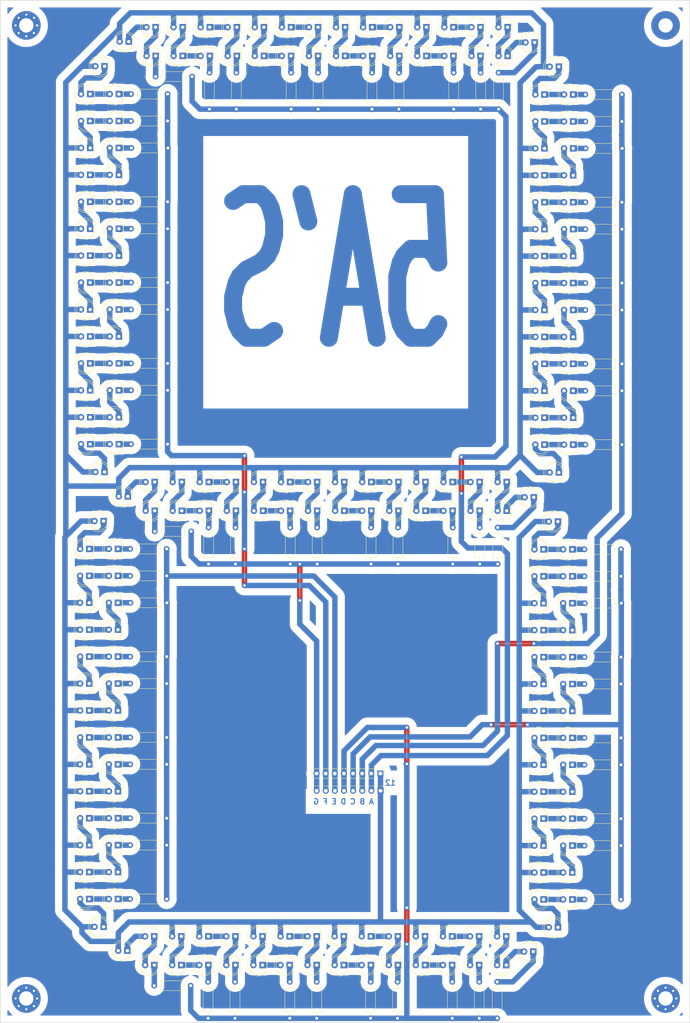
<source format=kicad_pcb>
(kicad_pcb (version 20211014) (generator pcbnew)
  (layers (0 "F.Cu" signal) (31 "B.Cu" signal) (34 "B.Paste" user) (35 "F.Paste" user) (36 "B.SilkS" user "B.Silkscreen") (37 "F.SilkS" user "F.Silkscreen") (38 "B.Mask" user) (39 "F.Mask" user) (44 "Edge.Cuts" user))
  (net 0 "")
  (footprint "LED_THT:LED_D5.0mm" (layer "F.Cu") (at 372.025 193.942574 180)
    (fp_text reference "REF**" hide)
    (fp_text value "LED_D5.0mm" hide)
  )
  (footprint "LED_THT:LED_D5.0mm" (layer "F.Cu") (at 372.16 67.420074 180)
    (fp_text reference "REF**" hide)
    (fp_text value "LED_D5.0mm" hide)
  )
  (footprint "LED_THT:LED_D5.0mm" (layer "F.Cu") (at 458.52496 -40.999932 180)
    (fp_text reference "REF**" hide)
    (fp_text value "LED_D5.0mm" hide)
  )
  (footprint "LED_THT:LED_D5.0mm" (layer "F.Cu") (at 323.77504 175.54508 180)
    (fp_text reference "REF**" hide)
    (fp_text value "LED_D5.0mm" hide)
  )
  (footprint "LED_THT:LED_D5.0mm" (layer "F.Cu") (at 432.345 193.942574 180)
    (fp_text reference "REF**" hide)
    (fp_text value "LED_D5.0mm" hide)
  )
  (footprint "LED_THT:LED_D5.0mm" (layer "F.Cu") (at 450.52496 19.000068 180)
    (fp_text reference "REF**" hide)
    (fp_text value "LED_D5.0mm" hide)
  )
  (footprint "LED_THT:LED_D5.0mm" (layer "F.Cu") (at 327.77504 183.29508 180)
    (fp_text reference "REF**" hide)
    (fp_text value "LED_D5.0mm" hide)
  )
  (footprint "LED_THT:LED_D5.0mm" (layer "F.Cu") (at 323.77504 100.54508 180)
    (fp_text reference "REF**" hide)
    (fp_text value "LED_D5.0mm" hide)
  )
  (footprint "Resistor_THT:R_Axial_DIN0207_L6.3mm_D2.5mm_P10.16mm_Horizontal" (layer "F.Cu") (at 345.58 48.875074 180)
    (fp_text reference "REF**" hide)
    (fp_text value "R_Axial_DIN0207_L6.3mm_D2.5mm_P10.16mm_Horizontal" hide)
  )
  (footprint "LED_THT:LED_D5.0mm" (layer "F.Cu") (at 450.275 160.670074 180)
    (fp_text reference "REF**" hide)
    (fp_text value "LED_D5.0mm" hide)
  )
  (footprint "Resistor_THT:R_Axial_DIN0207_L6.3mm_D2.5mm_P10.16mm_Horizontal" (layer "F.Cu") (at 352.025 199.692574 180)
    (fp_text reference "REF**" hide)
    (fp_text value "R_Axial_DIN0207_L6.3mm_D2.5mm_P10.16mm_Horizontal" hide)
  )
  (footprint "LED_THT:LED_D5.0mm" (layer "F.Cu") (at 440.26996 -59.249932 180)
    (fp_text reference "REF**" hide)
    (fp_text value "LED_D5.0mm" hide)
  )
  (footprint "LED_THT:LED_D5.0mm" (layer "F.Cu") (at 324.025 26.375074 180)
    (fp_text reference "REF**" hide)
    (fp_text value "LED_D5.0mm" hide)
  )
  (footprint "Resistor_THT:R_Axial_DIN0207_L6.3mm_D2.5mm_P10.16mm_Horizontal" (layer "F.Cu") (at 471.83 78.170074 180)
    (fp_text reference "REF**" hide)
    (fp_text value "R_Axial_DIN0207_L6.3mm_D2.5mm_P10.16mm_Horizontal" hide)
  )
  (footprint "LED_THT:LED_D5.0mm" (layer "F.Cu") (at 447.54 63.670074 180)
    (fp_text reference "REF**" hide)
    (fp_text value "LED_D5.0mm" hide)
  )
  (footprint "LED_THT:LED_D5.0mm" (layer "F.Cu") (at 379.94996 -67.249932 180)
    (fp_text reference "REF**" hide)
    (fp_text value "LED_D5.0mm" hide)
  )
  (footprint "LED_THT:LED_D5.0mm" (layer "F.Cu") (at 424.805 193.942574 180)
    (fp_text reference "REF**" hide)
    (fp_text value "LED_D5.0mm" hide)
  )
  (footprint "LED_THT:LED_D5.0mm" (layer "F.Cu") (at 379.7 59.420074 180)
    (fp_text reference "REF**" hide)
    (fp_text value "LED_D5.0mm" hide)
  )
  (footprint "LED_THT:LED_D5.0mm" (layer "F.Cu") (at 424.805 185.942574 180)
    (fp_text reference "REF**" hide)
    (fp_text value "LED_D5.0mm" hide)
  )
  (footprint "LED_THT:LED_D5.0mm" (layer "F.Cu") (at 458.52496 -33.499932 180)
    (fp_text reference "REF**" hide)
    (fp_text value "LED_D5.0mm" hide)
  )
  (footprint "LED_THT:LED_D5.0mm" (layer "F.Cu") (at 331.77504 85.54508 180)
    (fp_text reference "REF**" hide)
    (fp_text value "LED_D5.0mm" hide)
  )
  (footprint "LED_THT:LED_D5.0mm" (layer "F.Cu") (at 331.77504 78.04508 180)
    (fp_text reference "REF**" hide)
    (fp_text value "LED_D5.0mm" hide)
  )
  (footprint "LED_THT:LED_D5.0mm" (layer "F.Cu") (at 458.275 138.170074 180)
    (fp_text reference "REF**" hide)
    (fp_text value "LED_D5.0mm" hide)
  )
  (footprint "LED_THT:LED_D5.0mm" (layer "F.Cu") (at 447.78996 -62.999932 180)
    (fp_text reference "REF**" hide)
    (fp_text value "LED_D5.0mm" hide)
  )
  (footprint "LED_THT:LED_D5.0mm" (layer "F.Cu") (at 424.94 59.420074 180)
    (fp_text reference "REF**" hide)
    (fp_text value "LED_D5.0mm" hide)
  )
  (footprint "LED_THT:LED_D5.0mm" (layer "F.Cu") (at 323.77504 115.54508 180)
    (fp_text reference "REF**" hide)
    (fp_text value "LED_D5.0mm" hide)
  )
  (footprint "LED_THT:LED_D5.0mm" (layer "F.Cu") (at 332.025 48.875074 180)
    (fp_text reference "REF**" hide)
    (fp_text value "LED_D5.0mm" hide)
  )
  (footprint "LED_THT:LED_D5.0mm" (layer "F.Cu") (at 432.345 185.942574 180)
    (fp_text reference "REF**" hide)
    (fp_text value "LED_D5.0mm" hide)
  )
  (footprint "LED_THT:LED_D5.0mm" (layer "F.Cu") (at 425.18996 -59.249932 180)
    (fp_text reference "REF**" hide)
    (fp_text value "LED_D5.0mm" hide)
  )
  (footprint "LED_THT:LED_D5.0mm" (layer "F.Cu") (at 450.52496 41.500068 180)
    (fp_text reference "REF**" hide)
    (fp_text value "LED_D5.0mm" hide)
  )
  (footprint "LED_THT:LED_D5.0mm" (layer "F.Cu") (at 417.64996 -59.249932 180)
    (fp_text reference "REF**" hide)
    (fp_text value "LED_D5.0mm" hide)
  )
  (footprint "Connector_PinHeader_2.54mm:PinHeader_1x08_P2.54mm_Vertical" (layer "F.Cu") (at 404.84 140.6 -90)
    (fp_text reference "REF**" hide)
    (fp_text value "PinHeader_1x08_P2.54mm_Vertical" hide)
  )
  (footprint "LED_THT:LED_D5.0mm" (layer "F.Cu") (at 458.52496 4.000068 180)
    (fp_text reference "REF**" hide)
    (fp_text value "LED_D5.0mm" hide)
  )
  (footprint "LED_THT:LED_D5.0mm" (layer "F.Cu") (at 387.24 67.420074 180)
    (fp_text reference "REF**" hide)
    (fp_text value "LED_D5.0mm" hide)
  )
  (footprint "LED_THT:LED_D5.0mm" (layer "F.Cu") (at 439.885 185.942574 180)
    (fp_text reference "REF**" hide)
    (fp_text value "LED_D5.0mm" hide)
  )
  (footprint "Resistor_THT:R_Axial_DIN0207_L6.3mm_D2.5mm_P10.16mm_Horizontal" (layer "F.Cu") (at 425 82.250074 90)
    (fp_text reference "REF**" hide)
    (fp_text value "R_Axial_DIN0207_L6.3mm_D2.5mm_P10.16mm_Horizontal" hide)
  )
  (footprint "Resistor_THT:R_Axial_DIN0207_L6.3mm_D2.5mm_P10.16mm_Horizontal" (layer "F.Cu") (at 472.07996 26.500068 180)
    (fp_text reference "REF**" hide)
    (fp_text value "R_Axial_DIN0207_L6.3mm_D2.5mm_P10.16mm_Horizontal" hide)
  )
  (footprint "LED_THT:LED_D5.0mm" (layer "F.Cu") (at 450.52496 26.500068 180)
    (fp_text reference "REF**" hide)
    (fp_text value "LED_D5.0mm" hide)
  )
  (footprint "LED_THT:LED_D5.0mm" (layer "F.Cu") (at 454.52496 -56.249932 180)
    (fp_text reference "REF**" hide)
    (fp_text value "LED_D5.0mm" hide)
  )
  (footprint "LED_THT:LED_D5.0mm" (layer "F.Cu") (at 372.40996 -67.249932 180)
    (fp_text reference "REF**" hide)
    (fp_text value "LED_D5.0mm" hide)
  )
  (footprint "LED_THT:LED_D5.0mm" (layer "F.Cu") (at 331.77504 145.54508 180)
    (fp_text reference "REF**" hide)
    (fp_text value "LED_D5.0mm" hide)
  )
  (footprint "THTJumpers:Jumper_P10.16mm_D0.7mm" (layer "F.Cu") (at 367 62.23 90)
    (fp_text reference "REF**" hide)
    (fp_text value "Jumper_P10.16mm_D0.7mm" hide)
  )
  (footprint "LED_THT:LED_D5.0mm" (layer "F.Cu") (at 323.77504 160.54508 180)
    (fp_text reference "REF**" hide)
    (fp_text value "LED_D5.0mm" hide)
  )
  (footprint "LED_THT:LED_D5.0mm" (layer "F.Cu") (at 450.52496 -48.499932 180)
    (fp_text reference "REF**" hide)
    (fp_text value "LED_D5.0mm" hide)
  )
  (footprint "Resistor_THT:R_Axial_DIN0207_L6.3mm_D2.5mm_P10.16mm_Horizontal" (layer "F.Cu") (at 345.33004 78.04508 180)
    (fp_text reference "REF**" hide)
    (fp_text value "R_Axial_DIN0207_L6.3mm_D2.5mm_P10.16mm_Horizontal" hide)
  )
  (footprint "Resistor_THT:R_Axial_DIN0207_L6.3mm_D2.5mm_P10.16mm_Horizontal" (layer "F.Cu") (at 387.115 208.772574 90)
    (fp_text reference "REF**" hide)
    (fp_text value "R_Axial_DIN0207_L6.3mm_D2.5mm_P10.16mm_Horizontal" hide)
  )
  (footprint "LED_THT:LED_D5.0mm" (layer "F.Cu") (at 331.77504 123.04508 180)
    (fp_text reference "REF**" hide)
    (fp_text value "LED_D5.0mm" hide)
  )
  (footprint "LED_THT:LED_D5.0mm" (layer "F.Cu") (at 364.86996 -67.249932 180)
    (fp_text reference "REF**" hide)
    (fp_text value "LED_D5.0mm" hide)
  )
  (footprint "LED_THT:LED_D5.0mm" (layer "F.Cu") (at 394.645 193.942574 180)
    (fp_text reference "REF**" hide)
    (fp_text value "LED_D5.0mm" hide)
  )
  (footprint "LED_THT:LED_D5.0mm" (layer "F.Cu") (at 450.52496 11.500068 180)
    (fp_text reference "REF**" hide)
    (fp_text value "LED_D5.0mm" hide)
  )
  (footprint "LED_THT:LED_D5.0mm" (layer "F.Cu") (at 332.025 -3.624926 180)
    (fp_text reference "REF**" hide)
    (fp_text value "LED_D5.0mm" hide)
  )
  (footprint "Resistor_THT:R_Axial_DIN0207_L6.3mm_D2.5mm_P10.16mm_Horizontal" (layer "F.Cu") (at 387.49996 -44.419932 90)
    (fp_text reference "REF**" hide)
    (fp_text value "R_Axial_DIN0207_L6.3mm_D2.5mm_P10.16mm_Horizontal" hide)
  )
  (footprint "Resistor_THT:R_Axial_DIN0207_L6.3mm_D2.5mm_P10.16mm_Horizontal" (layer "F.Cu") (at 345.58 -41.124926 180)
    (fp_text reference "REF**" hide)
    (fp_text value "R_Axial_DIN0207_L6.3mm_D2.5mm_P10.16mm_Horizontal" hide)
  )
  (footprint "Resistor_THT:R_Axial_DIN0207_L6.3mm_D2.5mm_P10.16mm_Horizontal" (layer "F.Cu") (at 437.365 208.772574 90)
    (fp_text reference "REF**" hide)
    (fp_text value "R_Axial_DIN0207_L6.3mm_D2.5mm_P10.16mm_Horizontal" hide)
  )
  (footprint "LED_THT:LED_D5.0mm" (layer "F.Cu") (at 458.52496 -25.999932 180)
    (fp_text reference "REF**" hide)
    (fp_text value "LED_D5.0mm" hide)
  )
  (footprint "THTJumpers:Jumper_P10.16mm_D0.7mm" (layer "F.Cu") (at 445.8 127 180)
    (fp_text reference "REF**" hide)
    (fp_text value "Jumper_P10.16mm_D0.7mm" hide)
  )
  (footprint "LED_THT:LED_D5.0mm" (layer "F.Cu") (at 432.48 59.420074 180)
    (fp_text reference "REF**" hide)
    (fp_text value "LED_D5.0mm" hide)
  )
  (footprint "LED_THT:LED_D5.0mm" (layer "F.Cu") (at 395.02996 -67.249932 180)
    (fp_text reference "REF**" hide)
    (fp_text value "LED_D5.0mm" hide)
  )
  (footprint "LED_THT:LED_D5.0mm" (layer "F.Cu") (at 417.265 193.942574 180)
    (fp_text reference "REF**" hide)
    (fp_text value "LED_D5.0mm" hide)
  )
  (footprint "Resistor_THT:R_Axial_DIN0207_L6.3mm_D2.5mm_P10.16mm_Horizontal" (layer "F.Cu") (at 472.07996 -48.499932 180)
    (fp_text reference "REF**" hide)
    (fp_text value "R_Axial_DIN0207_L6.3mm_D2.5mm_P10.16mm_Horizontal" hide)
  )
  (footprint "Resistor_THT:R_Axial_DIN0207_L6.3mm_D2.5mm_P10.16mm_Horizontal" (layer "F.Cu") (at 345.33004 108.04508 180)
    (fp_text reference "REF**" hide)
    (fp_text value "R_Axial_DIN0207_L6.3mm_D2.5mm_P10.16mm_Horizontal" hide)
  )
  (footprint "LED_THT:LED_D5.0mm" (layer "F.Cu") (at 450.52496 -3.499932 180)
    (fp_text reference "REF**" hide)
    (fp_text value "LED_D5.0mm" hide)
  )
  (footprint "THTJumpers:Jumper_P10.16mm_D0.7mm" (layer "F.Cu") (at 412.2 127.77 -90)
    (fp_text reference "REF**" hide)
    (fp_text value "Jumper_P10.16mm_D0.7mm" hide)
  )
  (footprint "THTJumpers:Jumper_P10.16mm_D0.7mm" (layer "F.Cu") (at 382.4 92.43 90)
    (fp_text reference "REF**" hide)
    (fp_text value "Jumper_P10.16mm_D0.7mm" hide)
  )
  (footprint "LED_THT:LED_D5.0mm" (layer "F.Cu") (at 450.52496 34.000068 180)
    (fp_text reference "REF**" hide)
    (fp_text value "LED_D5.0mm" hide)
  )
  (footprint "LED_THT:LED_D5.0mm" (layer "F.Cu") (at 450.275 93.170074 180)
    (fp_text reference "REF**" hide)
    (fp_text value "LED_D5.0mm" hide)
  )
  (footprint "LED_THT:LED_D5.0mm" (layer "F.Cu") (at 394.78 67.420074 180)
    (fp_text reference "REF**" hide)
    (fp_text value "LED_D5.0mm" hide)
  )
  (footprint "LED_THT:LED_D5.0mm" (layer "F.Cu") (at 331.77504 115.54508 180)
    (fp_text reference "REF**" hide)
    (fp_text value "LED_D5.0mm" hide)
  )
  (footprint "LED_THT:LED_D5.0mm" (layer "F.Cu") (at 324.025 3.875074 180)
    (fp_text reference "REF**" hide)
    (fp_text value "LED_D5.0mm" hide)
  )
  (footprint "LED_THT:LED_D5.0mm" (layer "F.Cu") (at 332.025 18.875074 180)
    (fp_text reference "REF**" hide)
    (fp_text value "LED_D5.0mm" hide)
  )
  (footprint "LED_THT:LED_D5.0mm" (layer "F.Cu") (at 332.025 41.375074 180)
    (fp_text reference "REF**" hide)
    (fp_text value "LED_D5.0mm" hide)
  )
  (footprint "LED_THT:LED_D5.0mm" (layer "F.Cu") (at 450.275 108.170074 180)
    (fp_text reference "REF**" hide)
    (fp_text value "LED_D5.0mm" hide)
  )
  (footprint "LED_THT:LED_D5.0mm" (layer "F.Cu") (at 458.275 175.670074 180)
    (fp_text reference "REF**" hide)
    (fp_text value "LED_D5.0mm" hide)
  )
  (footprint "LED_THT:LED_D5.0mm" (layer "F.Cu") (at 387.105 193.942574 180)
    (fp_text reference "REF**" hide)
    (fp_text value "LED_D5.0mm" hide)
  )
  (footprint "LED_THT:LED_D5.0mm" (layer "F.Cu") (at 387.24 59.420074 180)
    (fp_text reference "REF**" hide)
    (fp_text value "LED_D5.0mm" hide)
  )
  (footprint "LED_THT:LED_D5.0mm" (layer "F.Cu") (at 439.885 193.942574 180)
    (fp_text reference "REF**" hide)
    (fp_text value "LED_D5.0mm" hide)
  )
  (footprint "LED_THT:LED_D5.0mm" (layer "F.Cu") (at 458.275 93.170074 180)
    (fp_text reference "REF**" hide)
    (fp_text value "LED_D5.0mm" hide)
  )
  (footprint "LED_THT:LED_D5.0mm" (layer "F.Cu") (at 450.52496 -25.999932 180)
    (fp_text reference "REF**" hide)
    (fp_text value "LED_D5.0mm" hide)
  )
  (footprint "MountingHole:MountingHole_4mm_Pad_Via" (layer "F.Cu") (at 484.25 203.250074)
    (fp_text reference "REF**" hide)
    (fp_text value "MountingHole_4mm_Pad_Via" hide)
  )
  (footprint "MountingHole:MountingHole_4mm_Pad_Via" (layer "F.Cu") (at 306.25 -67.749926)
    (fp_text reference "REF**" hide)
    (fp_text value "MountingHole_4mm_Pad_Via" hide)
  )
  (footprint "LED_THT:LED_D5.0mm" (layer "F.Cu") (at 409.725 185.942574 180)
    (fp_text reference "REF**" hide)
    (fp_text value "LED_D5.0mm" hide)
  )
  (footprint "LED_THT:LED_D5.0mm" (layer "F.Cu") (at 410.10996 -67.249932 180)
    (fp_text reference "REF**" hide)
    (fp_text value "LED_D5.0mm" hide)
  )
  (footprint "LED_THT:LED_D5.0mm" (layer "F.Cu") (at 324.025 -41.124926 180)
    (fp_text reference "REF**" hide)
    (fp_text value "LED_D5.0mm" hide)
  )
  (footprint "Resistor_THT:R_Axial_DIN0207_L6.3mm_D2.5mm_P10.16mm_Horizontal" (layer "F.Cu") (at 472.07996 34.000068 180)
    (fp_text reference "REF**" hide)
    (fp_text value "R_Axial_DIN0207_L6.3mm_D2.5mm_P10.16mm_Horizontal" hide)
  )
  (footprint "LED_THT:LED_D5.0mm" (layer "F.Cu") (at 432.48 67.420074 180)
    (fp_text reference "REF**" hide)
    (fp_text value "LED_D5.0mm" hide)
  )
  (footprint "Resistor_THT:R_Axial_DIN0207_L6.3mm_D2.5mm_P10.16mm_Horizontal" (layer "F.Cu") (at 472.07996 -40.999932 180)
    (fp_text reference "REF**" hide)
    (fp_text value "R_Axial_DIN0207_L6.3mm_D2.5mm_P10.16mm_Horizontal" hide)
  )
  (footprint "LED_THT:LED_D5.0mm" (layer "F.Cu") (at 425.18996 -67.249932 180)
    (fp_text reference "REF**" hide)
    (fp_text value "LED_D5.0mm" hide)
  )
  (footprint "Resistor_THT:R_Axial_DIN0207_L6.3mm_D2.5mm_P10.16mm_Horizontal" (layer "F.Cu") (at 472.07996 4.000068 180)
    (fp_text reference "REF**" hide)
    (fp_text value "R_Axial_DIN0207_L6.3mm_D2.5mm_P10.16mm_Horizontal" hide)
  )
  (footprint "LED_THT:LED_D5.0mm" (layer "F.Cu") (at 324.025 -3.624926 180)
    (fp_text reference "REF**" hide)
    (fp_text value "LED_D5.0mm" hide)
  )
  (footprint "LED_THT:LED_D5.0mm" (layer "F.Cu") (at 324.025 -18.624926 180)
    (fp_text reference "REF**" hide)
    (fp_text value "LED_D5.0mm" hide)
  )
  (footprint "LED_THT:LED_D5.0mm" (layer "F.Cu") (at 450.275 100.670074 180)
    (fp_text reference "REF**" hide)
    (fp_text value "LED_D5.0mm" hide)
  )
  (footprint "Resistor_THT:R_Axial_DIN0207_L6.3mm_D2.5mm_P10.16mm_Horizontal" (layer "F.Cu") (at 364.365 208.772574 90)
    (fp_text reference "REF**" hide)
    (fp_text value "R_Axial_DIN0207_L6.3mm_D2.5mm_P10.16mm_Horizontal" hide)
  )
  (footprint "Resistor_THT:R_Axial_DIN0207_L6.3mm_D2.5mm_P10.16mm_Horizontal" (layer "F.Cu") (at 471.83 115.670074 180)
    (fp_text reference "REF**" hide)
    (fp_text value "R_Axial_DIN0207_L6.3mm_D2.5mm_P10.16mm_Horizontal" hide)
  )
  (footprint "LED_THT:LED_D5.0mm" (layer "F.Cu") (at 341.865 185.942574 180)
    (fp_text reference "REF**" hide)
    (fp_text value "LED_D5.0mm" hide)
  )
  (footprint "LED_THT:LED_D5.0mm" (layer "F.Cu") (at 356.945 193.942574 180)
    (fp_text reference "REF**" hide)
    (fp_text value "LED_D5.0mm" hide)
  )
  (footprint "LED_THT:LED_D5.0mm" (layer "F.Cu") (at 379.94996 -59.249932 180)
    (fp_text reference "REF**" hide)
    (fp_text value "LED_D5.0mm" hide)
  )
  (footprint "LED_THT:LED_D5.0mm" (layer "F.Cu") (at 440.02 67.420074 180)
    (fp_text reference "REF**" hide)
    (fp_text value "LED_D5.0mm" hide)
  )
  (footprint "LED_THT:LED_D5.0mm" (layer "F.Cu") (at 458.52496 34.000068 180)
    (fp_text reference "REF**" hide)
    (fp_text value "LED_D5.0mm" hide)
  )
  (footprint "LED_THT:LED_D5.0mm" (layer "F.Cu") (at 328.025 -56.374926 180)
    (fp_text reference "REF**" hide)
    (fp_text value "LED_D5.0mm" hide)
  )
  (footprint "Resistor_THT:R_Axial_DIN0207_L6.3mm_D2.5mm_P10.16mm_Horizontal" (layer "F.Cu") (at 471.91 93.170074 180)
    (fp_text reference "REF**" hide)
    (fp_text value "R_Axial_DIN0207_L6.3mm_D2.5mm_P10.16mm_Horizontal" hide)
  )
  (footprint "LED_THT:LED_D5.0mm" (layer "F.Cu") (at 409.86 59.420074 180)
    (fp_text reference "REF**" hide)
    (fp_text value "LED_D5.0mm" hide)
  )
  (footprint "Resistor_THT:R_Axial_DIN0207_L6.3mm_D2.5mm_P10.16mm_Horizontal" (layer "F.Cu") (at 472.07996 11.500068 180)
    (fp_text reference "REF**" hide)
    (fp_text value "R_Axial_DIN0207_L6.3mm_D2.5mm_P10.16mm_Horizontal" hide)
  )
  (footprint "LED_THT:LED_D5.0mm" (layer "F.Cu") (at 450.275 145.670074 180)
    (fp_text reference "REF**" hide)
    (fp_text value "LED_D5.0mm" hide)
  )
  (footprint "LED_THT:LED_D5.0mm" (layer "F.Cu") (at 440.02 59.420074 180)
    (fp_text reference "REF**" hide)
    (fp_text value "LED_D5.0mm" hide)
  )
  (footprint "LED_THT:LED_D5.0mm" (layer "F.Cu") (at 331.77504 175.54508 180)
    (fp_text reference "REF**" hide)
    (fp_text value "LED_D5.0mm" hide)
  )
  (footprint "Resistor_THT:R_Axial_DIN0207_L6.3mm_D2.5mm_P10.16mm_Horizontal" (layer "F.Cu") (at 471.83 108.170074 180)
    (fp_text reference "REF**" hide)
    (fp_text value "R_Axial_DIN0207_L6.3mm_D2.5mm_P10.16mm_Horizontal" hide)
  )
  (footprint "Resistor_THT:R_Axial_DIN0207_L6.3mm_D2.5mm_P10.16mm_Horizontal" (layer "F.Cu") (at 472.07996 -18.499932 180)
    (fp_text reference "REF**" hide)
    (fp_text value "R_Axial_DIN0207_L6.3mm_D2.5mm_P10.16mm_Horizontal" hide)
  )
  (footprint "LED_THT:LED_D5.0mm" (layer "F.Cu") (at 450.275 123.170074 180)
    (fp_text reference "REF**" hide)
    (fp_text value "LED_D5.0mm" hide)
  )
  (footprint "LED_THT:LED_D5.0mm" (layer "F.Cu") (at 394.645 185.942574 180)
    (fp_text reference "REF**" hide)
    (fp_text value "LED_D5.0mm" hide)
  )
  (footprint "LED_THT:LED_D5.0mm" (layer "F.Cu") (at 332.025 -41.124926 180)
    (fp_text reference "REF**" hide)
    (fp_text value "LED_D5.0mm" hide)
  )
  (footprint "Resistor_THT:R_Axial_DIN0207_L6.3mm_D2.5mm_P10.16mm_Horizontal" (layer "F.Cu") (at 471.83 130.670074 180)
    (fp_text reference "REF**" hide)
    (fp_text value "R_Axial_DIN0207_L6.3mm_D2.5mm_P10.16mm_Horizontal" hide)
  )
  (footprint "LED_THT:LED_D5.0mm" (layer "F.Cu") (at 458.52496 -3.499932 180)
    (fp_text reference "REF**" hide)
    (fp_text value "LED_D5.0mm" hide)
  )
  (footprint "LED_THT:LED_D5.0mm" (layer "F.Cu") (at 450.275 138.170074 180)
    (fp_text reference "REF**" hide)
    (fp_text value "LED_D5.0mm" hide)
  )
  (footprint "Resistor_THT:R_Axial_DIN0207_L6.3mm_D2.5mm_P10.16mm_Horizontal" (layer "F.Cu") (at 409.615 208.772574 90)
    (fp_text reference "REF**" hide)
    (fp_text value "R_Axial_DIN0207_L6.3mm_D2.5mm_P10.16mm_Horizontal" hide)
  )
  (footprint "LED_THT:LED_D5.0mm" (layer "F.Cu") (at 402.56996 -67.249932 180)
    (fp_text reference "REF**" hide)
    (fp_text value "LED_D5.0mm" hide)
  )
  (footprint "LED_THT:LED_D5.0mm" (layer "F.Cu") (at 458.52496 -18.499932 180)
    (fp_text reference "REF**" hide)
    (fp_text value "LED_D5.0mm" hide)
  )
  (footprint "LED_THT:LED_D5.0mm" (layer "F.Cu") (at 332.025 -26.124926 180)
    (fp_text reference "REF**" hide)
    (fp_text value "LED_D5.0mm" hide)
  )
  (footprint "Resistor_THT:R_Axial_DIN0207_L6.3mm_D2.5mm_P10.16mm_Horizontal" (layer "F.Cu") (at 379.615 208.772574 90)
    (fp_text reference "REF**" hide)
    (fp_text value "R_Axial_DIN0207_L6.3mm_D2.5mm_P10.16mm_Horizontal" hide)
  )
  (footprint "LED_THT:LED_D5.0mm" (layer "F.Cu") (at 332.025 -11.124926 180)
    (fp_text reference "REF**" hide)
    (fp_text value "LED_D5.0mm" hide)
  )
  (footprint "LED_THT:LED_D5.0mm" (layer "F.Cu") (at 332.025 -33.624926 180)
    (fp_text reference "REF**" hide)
    (fp_text value "LED_D5.0mm" hide)
  )
  (footprint "LED_THT:LED_D5.0mm" (layer "F.Cu") (at 372.40996 -59.249932 180)
    (fp_text reference "REF**" hide)
    (fp_text value "LED_D5.0mm" hide)
  )
  (footprint "LED_THT:LED_D5.0mm" (layer "F.Cu") (at 458.52496 26.500068 180)
    (fp_text reference "REF**" hide)
    (fp_text value "LED_D5.0mm" hide)
  )
  (footprint "LED_THT:LED_D5.0mm" (layer "F.Cu") (at 332.025 26.375074 180)
    (fp_text reference "REF**" hide)
    (fp_text value "LED_D5.0mm" hide)
  )
  (footprint "LED_THT:LED_D5.0mm" (layer "F.Cu") (at 379.565 185.942574 180)
    (fp_text reference "REF**" hide)
    (fp_text value "LED_D5.0mm" hide)
  )
  (footprint "Connector_PinHeader_2.54mm:PinHeader_1x08_P2.54mm_Vertical" (layer "F.Cu") (at 404.875 145.4 -90)
    (fp_text reference "REF**" hide)
    (fp_text value "PinHeader_1x08_P2.54mm_Vertical" hide)
  )
  (footprint "LED_THT:LED_D5.0mm" (layer "F.Cu") (at 323.77504 123.04508 180)
    (fp_text reference "REF**" hide)
    (fp_text value "LED_D5.0mm" hide)
  )
  (footprint "Resistor_THT:R_Axial_DIN0207_L6.3mm_D2.5mm_P10.16mm_Horizontal" (layer "F.Cu") (at 379.75 82.250074 90)
    (fp_text reference "REF**" hide)
    (fp_text value "R_Axial_DIN0207_L6.3mm_D2.5mm_P10.16mm_Horizontal" hide)
  )
  (footprint "LED_THT:LED_D5.0mm" (layer "F.Cu") (at 372.16 59.420074 180)
    (fp_text reference "REF**" hide)
    (fp_text value "LED_D5.0mm" hide)
  )
  (footprint "Resistor_THT:R_Axial_DIN0207_L6.3mm_D2.5mm_P10.16mm_Horizontal" (layer "F.Cu") (at 402.25 82.250074 90)
    (fp_text reference "REF**" hide)
    (fp_text value "R_Axial_DIN0207_L6.3mm_D2.5mm_P10.16mm_Horizontal" hide)
  )
  (footprint "LED_THT:LED_D5.0mm" (layer "F.Cu") (at 424.94 67.420074 180)
    (fp_text reference "REF**" hide)
    (fp_text value "LED_D5.0mm" hide)
  )
  (footprint "LED_THT:LED_D5.0mm" (layer "F.Cu") (at 323.77504 108.04508 180)
    (fp_text reference "REF**" hide)
    (fp_text value "LED_D5.0mm" hide)
  )
  (footprint "LED_THT:LED_D5.0mm" (layer "F.Cu") (at 454.275 70.420074 180)
    (fp_text reference "REF**" hide)
    (fp_text value "LED_D5.0mm" hide)
  )
  (footprint "LED_THT:LED_D5.0mm" (layer "F.Cu") (at 458.52496 19.000068 180)
    (fp_text reference "REF**" hide)
    (fp_text value "LED_D5.0mm" hide)
  )
  (footprint "LED_THT:LED_D5.0mm" (layer "F.Cu") (at 402.185 185.942574 180)
    (fp_text reference "REF**" hide)
    (fp_text value "LED_D5.0mm" hide)
  )
  (footprint "LED_THT:LED_D5.0mm" (layer "F.Cu") (at 395.02996 -59.249932 180)
    (fp_text reference "REF**" hide)
    (fp_text value "LED_D5.0mm" hide)
  )
  (footprint "LED_THT:LED_D5.0mm" (layer "F.Cu") (at 332.025 -48.624926 180)
    (fp_text reference "REF**" hide)
    (fp_text value "LED_D5.0mm" hide)
  )
  (footprint "LED_THT:LED_D5.0mm" (layer "F.Cu") (at 402.185 193.942574 180)
    (fp_text reference "REF**" hide)
    (fp_text value "LED_D5.0mm" hide)
  )
  (footprint "Resistor_THT:R_Axial_DIN0207_L6.3mm_D2.5mm_P10.16mm_Horizontal" (layer "F.Cu") (at 437.5 82.250074 90)
    (fp_text reference "REF**" hide)
    (fp_text value "R_Axial_DIN0207_L6.3mm_D2.5mm_P10.16mm_Horizontal" hide)
  )
  (footprint "LED_THT:LED_D5.0mm" (layer "F.Cu") (at 458.52496 -48.499932 180)
    (fp_text reference "REF**" hide)
    (fp_text value "LED_D5.0mm" hide)
  )
  (footprint "LED_THT:LED_D5.0mm" (layer "F.Cu") (at 324.025 -26.124926 180)
    (fp_text reference "REF**" hide)
    (fp_text value "LED_D5.0mm" hide)
  )
  (footprint "LED_THT:LED_D5.0mm" (layer "F.Cu") (at 356.945 185.942574 180)
    (fp_text reference "REF**" hide)
    (fp_text value "LED_D5.0mm" hide)
  )
  (footprint "Resistor_THT:R_Axial_DIN0207_L6.3mm_D2.5mm_P10.16mm_Horizontal" (layer "F.Cu") (at 345.58 11.375074 180)
    (fp_text reference "REF**" hide)
    (fp_text value "R_Axial_DIN0207_L6.3mm_D2.5mm_P10.16mm_Horizontal" hide)
  )
  (footprint "LED_THT:LED_D5.0mm" (layer "F.Cu") (at 458.275 108.170074 180)
    (fp_text reference "REF**" hide)
    (fp_text value "LED_D5.0mm" hide)
  )
  (footprint "Resistor_THT:R_Axial_DIN0207_L6.3mm_D2.5mm_P10.16mm_Horizontal" (layer "F.Cu") (at 345.58 -18.624926 180)
    (fp_text reference "REF**" hide)
    (fp_text value "R_Axial_DIN0207_L6.3mm_D2.5mm_P10.16mm_Horizontal" hide)
  )
  (footprint "LED_THT:LED_D5.0mm" (layer "F.Cu") (at 334.525 63.420074 180)
    (fp_text reference "REF**" hide)
    (fp_text value "LED_D5.0mm" hide)
  )
  (footprint "LED_THT:LED_D5.0mm" (layer "F.Cu") (at 409.86 67.420074 180)
    (fp_text reference "REF**" hide)
    (fp_text value "LED_D5.0mm" hide)
  )
  (footprint "LED_THT:LED_D5.0mm" (layer "F.Cu") (at 458.275 160.670074 180)
    (fp_text reference "REF**" hide)
    (fp_text value "LED_D5.0mm" hide)
  )
  (footprint "Resistor_THT:R_Axial_DIN0207_L6.3mm_D2.5mm_P10.16mm_Horizontal" (layer "F.Cu") (at 471.83 153.170074 180)
    (fp_text reference "REF**" hide)
    (fp_text value "R_Axial_DIN0207_L6.3mm_D2.5mm_P10.16mm_Horizontal" hide)
  )
  (footprint "MountingHole:MountingHole_4mm_Pad_Via" (layer "F.Cu") (at 306.25 203.250074)
    (fp_text reference "REF**" hide)
    (fp_text value "MountingHole_4mm_Pad_Via" hide)
  )
  (footprint "LED_THT:LED_D5.0mm" (layer "F.Cu") (at 432.72996 -59.249932 180)
    (fp_text reference "REF**" hide)
    (fp_text value "LED_D5.0mm" hide)
  )
  (footprint "Resistor_THT:R_Axial_DIN0207_L6.3mm_D2.5mm_P10.16mm_Horizontal" (layer "F.Cu") (at 345.41004 93.04508 180)
    (fp_text reference "REF**" hide)
    (fp_text value "R_Axial_DIN0207_L6.3mm_D2.5mm_P10.16mm_Horizontal" hide)
  )
  (footprint "LED_THT:LED_D5.0mm" (layer "F.Cu") (at 402.32 67.420074 180)
    (fp_text reference "REF**" hide)
    (fp_text value "LED_D5.0mm" hide)
  )
  (footprint "LED_THT:LED_D5.0mm" (layer "F.Cu") (at 458.275 78.170074 180)
    (fp_text reference "REF**" hide)
    (fp_text value "LED_D5.0mm" hide)
  )
  (footprint "LED_THT:LED_D5.0mm" (layer "F.Cu") (at 357.32996 -59.249932 180)
    (fp_text reference "REF**" hide)
    (fp_text value "LED_D5.0mm" hide)
  )
  (footprint "LED_THT:LED_D5.0mm" (layer "F.Cu") (at 342.24996 -67.249932 180)
    (fp_text reference "REF**" hide)
    (fp_text value "LED_D5.0mm" hide)
  )
  (footprint "THTJumpers:Jumper_P10.16mm_D0.7mm" (layer "F.Cu") (at 447.6 104.4 180)
    (fp_text reference "REF**" hide)
    (fp_text value "Jumper_P10.16mm_D0.7mm" hide)
  )
  (footprint "LED_THT:LED_D5.0mm" (layer "F.Cu") (at 458.275 168.170074 180)
    (fp_text reference "REF**" hide)
    (fp_text value "LED_D5.0mm" hide)
  )
  (footprint "LED_THT:LED_D5.0mm" (layer "F.Cu") (at 458.275 130.670074 180)
    (fp_text reference "REF**" hide)
    (fp_text value "LED_D5.0mm" hide)
  )
  (footprint "LED_THT:LED_D5.0mm" (layer "F.Cu") (at 349.405 185.942574 180)
    (fp_text reference "REF**" hide)
    (fp_text value "LED_D5.0mm" hide)
  )
  (footprint "Resistor_THT:R_Axial_DIN0207_L6.3mm_D2.5mm_P10.16mm_Horizontal" (layer "F.Cu") (at 402.115 208.772574 90)
    (fp_text reference "REF**" hide)
    (fp_text value "R_Axial_DIN0207_L6.3mm_D2.5mm_P10.16mm_Horizontal" hide)
  )
  (footprint "Resistor_THT:R_Axial_DIN0207_L6.3mm_D2.5mm_P10.16mm_Horizontal" (layer "F.Cu") (at 345.33004 115.54508 180)
    (fp_text reference "REF**" hide)
    (fp_text value "R_Axial_DIN0207_L6.3mm_D2.5mm_P10.16mm_Horizontal" hide)
  )
  (footprint "LED_THT:LED_D5.0mm" (layer "F.Cu") (at 417.64996 -67.249932 180)
    (fp_text reference "REF**" hide)
    (fp_text value "LED_D5.0mm" hide)
  )
  (footprint "LED_THT:LED_D5.0mm" (layer "F.Cu") (at 387.105 185.942574 180)
    (fp_text reference "REF**" hide)
    (fp_text value "LED_D5.0mm" hide)
  )
  (footprint "LED_THT:LED_D5.0mm" (layer "F.Cu") (at 331.77504 160.54508 180)
    (fp_text reference "REF**" hide)
    (fp_text value "LED_D5.0mm" hide)
  )
  (footprint "LED_THT:LED_D5.0mm" (layer "F.Cu") (at 458.52496 49.000068 180)
    (fp_text reference "REF**" hide)
    (fp_text value "LED_D5.0mm" hide)
  )
  (footprint "THTJumpers:Jumper_P10.16mm_D0.7mm" (layer "F.Cu") (at 427.4 62.6 90)
    (fp_text reference "REF**" hide)
    (fp_text value "Jumper_P10.16mm_D0.7mm" hide)
  )
  (footprint "Resistor_THT:R_Axial_DIN0207_L6.3mm_D2.5mm_P10.16mm_Horizontal" (layer "F.Cu") (at 345.33004 175.54508 180)
    (fp_text reference "REF**" hide)
    (fp_text value "R_Axial_DIN0207_L6.3mm_D2.5mm_P10.16mm_Horizontal" hide)
  )
  (footprint "LED_THT:LED_D5.0mm" (layer "F.Cu") (at 332.025 3.875074 180)
    (fp_text reference "REF**" hide)
    (fp_text value "LED_D5.0mm" hide)
  )
  (footprint "LED_THT:LED_D5.0mm" (layer "F.Cu") (at 323.77504 153.04508 180)
    (fp_text reference "REF**" hide)
    (fp_text value "LED_D5.0mm" hide)
  )
  (footprint "LED_THT:LED_D5.0mm" (layer "F.Cu") (at 387.48996 -67.249932 180)
    (fp_text reference "REF**" hide)
    (fp_text value "LED_D5.0mm" hide)
  )
  (footprint "LED_THT:LED_D5.0mm" (layer "F.Cu") (at 323.77504 168.04508 180)
    (fp_text reference "REF**" hide)
    (fp_text value "LED_D5.0mm" hide)
  )
  (footprint "LED_THT:LED_D5.0mm" (layer "F.Cu") (at 364.62 59.420074 180)
    (fp_text reference "REF**" hide)
    (fp_text value "LED_D5.0mm" hide)
  )
  (footprint "Resistor_THT:R_Axial_DIN0207_L6.3mm_D2.5mm_P10.16mm_Horizontal" (layer "F.Cu") (at 345.58 3.875074 180)
    (fp_text reference "REF**" hide)
    (fp_text value "R_Axial_DIN0207_L6.3mm_D2.5mm_P10.16mm_Horizontal" hide)
  )
  (footprint "THTJumpers:Jumper_P10.16mm_D0.7mm" (layer "F.Cu") (at 367 88.23 90)
    (fp_text reference "REF**" hide)
    (fp_text value "Jumper_P10.16mm_D0.7mm" hide)
  )
  (footprint "LED_THT:LED_D5.0mm" (layer "F.Cu") (at 331.77504 168.04508 180)
    (fp_text reference "REF**" hide)
    (fp_text value "LED_D5.0mm" hide)
  )
  (footprint "LED_THT:LED_D5.0mm" (layer "F.Cu") (at 450.52496 4.000068 180)
    (fp_text reference "REF**" hide)
    (fp_text value "LED_D5.0mm" hide)
  )
  (footprint "LED_THT:LED_D5.0mm" (layer "F.Cu") (at 432.72996 -67.249932 180)
    (fp_text reference "REF**" hide)
    (fp_text value "LED_D5.0mm" hide)
  )
  (footprint "LED_THT:LED_D5.0mm" (layer "F.Cu") (at 324.025 -33.624926 180)
    (fp_text reference "REF**" hide)
    (fp_text value "LED_D5.0mm" hide)
  )
  (footprint "Resistor_THT:R_Axial_DIN0207_L6.3mm_D2.5mm_P10.16mm_Horizontal" (layer "F.Cu") (at 345.58 33.875074 180)
    (fp_text reference "REF**" hide)
    (fp_text value "R_Axial_DIN0207_L6.3mm_D2.5mm_P10.16mm_Horizontal" hide)
  )
  (footprint "Resistor_THT:R_Axial_DIN0207_L6.3mm_D2.5mm_P10.16mm_Horizontal" (layer "F.Cu") (at 432.365 208.772574 90)
    (fp_text reference "REF**" hide)
    (fp_text value "R_Axial_DIN0207_L6.3mm_D2.5mm_P10.16mm_Horizontal" hide)
  )
  (footprint "LED_THT:LED_D5.0mm" (layer "F.Cu") (at 323.77504 85.54508 180)
    (fp_text reference "REF**" hide)
    (fp_text value "LED_D5.0mm" hide)
  )
  (footprint "LED_THT:LED_D5.0mm" (layer "F.Cu") (at 450.275 168.170074 180)
    (fp_text reference "REF**" hide)
    (fp_text value "LED_D5.0mm" hide)
  )
  (footprint "Resistor_THT:R_Axial_DIN0207_L6.3mm_D2.5mm_P10.16mm_Horizontal" (layer "F.Cu") (at 352.40996 -53.499932 180)
    (fp_text reference "REF**" hide)
    (fp_text value "R_Axial_DIN0207_L6.3mm_D2.5mm_P10.16mm_Horizontal" hide)
  )
  (footprint "Resistor_THT:R_Axial_DIN0207_L6.3mm_D2.5mm_P10.16mm_Horizontal" (layer "F.Cu") (at 345.33004 160.54508 180)
    (fp_text reference "REF**" hide)
    (fp_text value "R_Axial_DIN0207_L6.3mm_D2.5mm_P10.16mm_Horizontal" hide)
  )
  (footprint "Resistor_THT:R_Axial_DIN0207_L6.3mm_D2.5mm_P10.16mm_Horizontal" (layer "F.Cu") (at 345.58 -11.124926 180)
    (fp_text reference "REF**" hide)
    (fp_text value "R_Axial_DIN0207_L6.3mm_D2.5mm_P10.16mm_Horizontal" hide)
  )
  (footprint "LED_THT:LED_D5.0mm" (layer "F.Cu") (at 331.77504 153.04508 180)
    (fp_text reference "REF**" hide)
    (fp_text value "LED_D5.0mm" hide)
  )
  (footprint "LED_THT:LED_D5.0mm" (layer "F.Cu") (at 447.405 190.192574 180)
    (fp_text reference "REF**" hide)
    (fp_text value "LED_D5.0mm" hide)
  )
  (footprint "LED_THT:LED_D5.0mm" (layer "F.Cu") (at 323.77504 93.04508 180)
    (fp_text reference "REF**" hide)
    (fp_text value "LED_D5.0mm" hide)
  )
  (footprint "LED_THT:LED_D5.0mm" (layer "F.Cu") (at 349.78996 -67.249932 180)
    (fp_text reference "REF**" hide)
    (fp_text value "LED_D5.0mm" hide)
  )
  (footprint "LED_THT:LED_D5.0mm" (layer "F.Cu") (at 417.4 59.420074 180)
    (fp_text reference "REF**" hide)
    (fp_text value "LED_D5.0mm" hide)
  )
  (footprint "LED_THT:LED_D5.0mm" (layer "F.Cu") (at 450.52496 -33.499932 180)
    (fp_text reference "REF**" hide)
    (fp_text value "LED_D5.0mm" hide)
  )
  (footprint "Resistor_THT:R_Axial_DIN0207_L6.3mm_D2.5mm_P10.16mm_Horizontal" (layer "F.Cu") (at 437.74996 -44.419932 90)
    (fp_text reference "REF**" hide)
    (fp_text value "R_Axial_DIN0207_L6.3mm_D2.5mm_P10.16mm_Horizontal" hide)
  )
  (footprint "LED_THT:LED_D5.0mm" (layer "F.Cu") (at 324.025 -48.624926 180)
    (fp_text reference "REF**" hide)
    (fp_text value "LED_D5.0mm" hide)
  )
  (footprint "LED_THT:LED_D5.0mm" (layer "F.Cu") (at 379.565 193.942574 180)
    (fp_text reference "REF**" hide)
    (fp_text value "LED_D5.0mm" hide)
  )
  (footprint "LED_THT:LED_D5.0mm" (layer "F.Cu") (at 450.52496 -10.999932 180)
    (fp_text reference "REF**" hide)
    (fp_text value "LED_D5.0mm" hide)
  )
  (footprint "LED_THT:LED_D5.0mm" (layer "F.Cu") (at 458.275 123.170074 180)
    (fp_text reference "REF**" hide)
    (fp_text value "LED_D5.0mm" hide)
  )
  (footprint "Resistor_THT:R_Axial_DIN0207_L6.3mm_D2.5mm_P10.16mm_Horizontal" (layer "F.Cu") (at 345.58 -48.624926 180)
    (fp_text reference "REF**" hide)
    (fp_text value "R_Axial_DIN0207_L6.3mm_D2.5mm_P10.16mm_Horizontal" hide)
  )
  (footprint "LED_THT:LED_D5.0mm" (layer "F.Cu") (at 417.265 185.942574 180)
    (fp_text reference "REF**" hide)
    (fp_text value "LED_D5.0mm" hide)
  )
  (footprint "Resistor_THT:R_Axial_DIN0207_L6.3mm_D2.5mm_P10.16mm_Horizontal" (layer "F.Cu") (at 472.15996 -33.499932 180)
    (fp_text reference "REF**" hide)
    (fp_text value "R_Axial_DIN0207_L6.3mm_D2.5mm_P10.16mm_Horizontal" hide)
  )
  (footprint "Resistor_THT:R_Axial_DIN0207_L6.3mm_D2.5mm_P10.16mm_Horizontal" (layer "F.Cu") (at 357 82.250074 90)
    (fp_text reference "REF**" hide)
    (fp_text value "R_Axial_DIN0207_L6.3mm_D2.5mm_P10.16mm_Horizontal" hide)
  )
  (footprint "LED_THT:LED_D5.0mm" (layer "F.Cu") (at 458.52496 11.500068 180)
    (fp_text reference "REF**" hide)
    (fp_text value "LED_D5.0mm" hide)
  )
  (footprint "LED_THT:LED_D5.0mm" (layer "F.Cu") (at 324.025 -11.124926 180)
    (fp_text reference "REF**" hide)
    (fp_text value "LED_D5.0mm" hide)
  )
  (footprint "LED_THT:LED_D5.0mm" (layer "F.Cu") (at 357.08 67.420074 180)
    (fp_text reference "REF**" hide)
    (fp_text value "LED_D5.0mm" hide)
  )
  (footprint "LED_THT:LED_D5.0mm" (layer "F.Cu") (at 450.275 175.670074 180)
    (fp_text reference "REF**" hide)
    (fp_text value "LED_D5.0mm" hide)
  )
  (footprint "LED_THT:LED_D5.0mm" (layer "F.Cu") (at 323.77504 138.04508 180)
    (fp_text reference "REF**" hide)
    (fp_text value "LED_D5.0mm" hide)
  )
  (footprint "LED_THT:LED_D5.0mm" (layer "F.Cu") (at 357.32996 -67.249932 180)
    (fp_text reference "REF**" hide)
    (fp_text value "LED_D5.0mm" hide)
  )
  (footprint "LED_THT:LED_D5.0mm" (layer "F.Cu") (at 458.275 153.170074 180)
    (fp_text reference "REF**" hide)
    (fp_text value "LED_D5.0mm" hide)
  )
  (footprint "LED_THT:LED_D5.0mm" (layer "F.Cu") (at 349.405 193.942574 180)
    (fp_text reference "REF**" hide)
    (fp_text value "LED_D5.0mm" hide)
  )
  (footprint "Resistor_THT:R_Axial_DIN0207_L6.3mm_D2.5mm_P10.16mm_Horizontal" (layer "F.Cu") (at 471.83 160.670074 180)
    (fp_text reference "REF**" hide)
    (fp_text value "R_Axial_DIN0207_L6.3mm_D2.5mm_P10.16mm_Horizontal" hide)
  )
  (footprint "LED_THT:LED_D5.0mm" (layer "F.Cu") (at 450.275 115.670074 180)
    (fp_text reference "REF**" hide)
    (fp_text value "LED_D5.0mm" hide)
  )
  (footprint "LED_THT:LED_D5.0mm" (layer "F.Cu") (at 332.025 11.375074 180)
    (fp_text reference "REF**" hide)
    (fp_text value "LED_D5.0mm" hide)
  )
  (footprint "LED_THT:LED_D5.0mm" (layer "F.Cu") (at 331.77504 108.04508 180)
    (fp_text reference "REF**" hide)
    (fp_text value "LED_D5.0mm" hide)
  )
  (footprint "LED_THT:LED_D5.0mm" (layer "F.Cu") (at 349.78996 -59.249932 180)
    (fp_text reference "REF**" hide)
    (fp_text value "LED_D5.0mm" hide)
  )
  (footprint "LED_THT:LED_D5.0mm" (layer "F.Cu") (at 324.025 48.875074 180)
    (fp_text reference "REF**" hide)
    (fp_text value "LED_D5.0mm" hide)
  )
  (footprint "LED_THT:LED_D5.0mm" (layer "F.Cu") (at 327.77504 70.29508 180)
    (fp_text reference "REF**" hide)
    (fp_text value "LED_D5.0mm" hide)
  )
  (footprint "LED_THT:LED_D5.0mm" (layer "F.Cu") (at 349.54 67.420074 180)
    (fp_text reference "REF**" hide)
    (fp_text value "LED_D5.0mm" hide)
  )
  (footprint "Resistor_THT:R_Axial_DIN0207_L6.3mm_D2.5mm_P10.16mm_Horizontal" (layer "F.Cu") (at 471.83 175.670074 180)
    (fp_text reference "REF**" hide)
    (fp_text value "R_Axial_DIN0207_L6.3mm_D2.5mm_P10.16mm_Horizontal" hide)
  )
  (footprint "Resistor_THT:R_Axial_DIN0207_L6.3mm_D2.5mm_P10.16mm_Horizontal" (layer "F.Cu") (at 364.74996 -44.419932 90)
    (fp_text reference "REF**" hide)
    (fp_text value "R_Axial_DIN0207_L6.3mm_D2.5mm_P10.16mm_Horizontal" hide)
  )
  (footprint "LED_THT:LED_D5.0mm" (layer "F.Cu") (at 341.89 193.942574 180)
    (fp_text reference "REF**" hide)
    (fp_text value "LED_D5.0mm" hide)
  )
  (footprint "LED_THT:LED_D5.0mm" (layer "F.Cu") (at 450.52496 49.000068 180)
    (fp_text reference "REF**" hide)
    (fp_text value "LED_D5.0mm" hide)
  )
  (footprint "LED_THT:LED_D5.0mm" (layer "F.Cu") (at 454.275 183.420074 180)
    (fp_text reference "REF**" hide)
    (fp_text value "LED_D5.0mm" hide)
  )
  (footprint "LED_THT:LED_D5.0mm" (layer "F.Cu") (at 440.26996 -67.249932 180)
    (fp_text reference "REF**" hide)
    (fp_text value "LED_D5.0mm" hide)
  )
  (footprint "Resistor_THT:R_Axial_DIN0207_L6.3mm_D2.5mm_P10.16mm_Horizontal" (layer "F.Cu") (at 345.33004 153.04508 180)
    (fp_text reference "REF**" hide)
    (fp_text value "R_Axial_DIN0207_L6.3mm_D2.5mm_P10.16mm_Horizontal" hide)
  )
  (footprint "LED_THT:LED_D5.0mm" (layer "F.Cu") (at 328.025 56.625074 180)
    (fp_text reference "REF**" hide)
    (fp_text value "LED_D5.0mm" hide)
  )
  (footprint "LED_THT:LED_D5.0mm" (layer "F.Cu") (at 458.52496 -10.999932 180)
    (fp_text reference "REF**" hide)
    (fp_text value "LED_D5.0mm" hide)
  )
  (footprint "LED_THT:LED_D5.0mm" (layer "F.Cu") (at 334.77496 -63.249932 180)
    (fp_text reference "REF**" hide)
    (fp_text value "LED_D5.0mm" hide)
  )
  (footprint "LED_THT:LED_D5.0mm" (layer "F.Cu") (at 364.86996 -59.249932 180)
    (fp_text reference "REF**" hide)
    (fp_text value "LED_D5.0mm" hide)
  )
  (footprint "LED_THT:LED_D5.0mm" (layer "F.Cu") (at 458.275 145.670074 180)
    (fp_text reference "REF**" hide)
    (fp_text value "LED_D5.0mm" hide)
  )
  (footprint "LED_THT:LED_D5.0mm" (layer "F.Cu") (at 409.725 193.942574 180)
    (fp_text reference "REF**" hide)
    (fp_text value "LED_D5.0mm" hide)
  )
  (footprint "LED_THT:LED_D5.0mm" (layer "F.Cu") (at 323.77504 78.04508 180)
    (fp_text reference "REF**" hide)
    (fp_text value "LED_D5.0mm" hide)
  )
  (footprint "Resistor_THT:R_Axial_DIN0207_L6.3mm_D2.5mm_P10.16mm_Horizontal" (layer "F.Cu") (at 345.58 26.375074 180)
    (fp_text reference "REF**" hide)
    (fp_text value "R_Axial_DIN0207_L6.3mm_D2.5mm_P10.16mm_Horizontal" hide)
  )
  (footprint "LED_THT:LED_D5.0mm" (layer "F.Cu") (at 324.025 18.875074 180)
    (fp_text reference "REF**" hide)
    (fp_text value "LED_D5.0mm" hide)
  )
  (footprint "Resistor_THT:R_Axial_DIN0207_L6.3mm_D2.5mm_P10.16mm_Horizontal" (layer "F.Cu") (at 425.24996 -44.419932 90)
    (fp_text reference "REF**" hide)
    (fp_text value "R_Axial_DIN0207_L6.3mm_D2.5mm_P10.16mm_Horizontal" hide)
  )
  (footprint "LED_THT:LED_D5.0mm" (layer "F.Cu") (at 324.025 33.875074 180)
    (fp_text reference "REF**" hide)
    (fp_text value "LED_D5.0mm" hide)
  )
  (footprint "LED_THT:LED_D5.0mm" (layer "F.Cu") (at 342.27496 -59.249932 180)
    (fp_text reference "REF**" hide)
    (fp_text value "LED_D5.0mm" hide)
  )
  (footprint "Resistor_THT:R_Axial_DIN0207_L6.3mm_D2.5mm_P10.16mm_Horizontal" (layer "F.Cu") (at 345.33004 138.04508 180)
    (fp_text reference "REF**" hide)
    (fp_text value "R_Axial_DIN0207_L6.3mm_D2.5mm_P10.16mm_Horizontal" hide)
  )
  (footprint "LED_THT:LED_D5.0mm" (layer "F.Cu") (at 334.39 189.942574 180)
    (fp_text reference "REF**" hide)
    (fp_text value "LED_D5.0mm" hide)
  )
  (footprint "LED_THT:LED_D5.0mm" (layer "F.Cu") (at 342 59.420074 180)
    (fp_text reference "REF**" hide)
    (fp_text value "LED_D5.0mm" hide)
  )
  (footprint "Resistor_THT:R_Axial_DIN0207_L6.3mm_D2.5mm_P10.16mm_Horizontal" (layer "F.Cu") (at 432.74996 -44.419932 90)
    (fp_text reference "REF**" hide)
    (fp_text value "R_Axial_DIN0207_L6.3mm_D2.5mm_P10.16mm_Horizontal" hide)
  )
  (footprint "Resistor_THT:R_Axial_DIN0207_L6.3mm_D2.5mm_P10.16mm_Horizontal" (layer "F.Cu") (at 402.49996 -44.419932 90)
    (fp_text reference "REF**" hide)
    (fp_text value "R_Axial_DIN0207_L6.3mm_D2.5mm_P10.16mm_Horizontal" hide)
  )
  (footprint "Resistor_THT:R_Axial_DIN0207_L6.3mm_D2.5mm_P10.16mm_Horizontal" (layer "F.Cu") (at 471.83 85.670074 180)
    (fp_text reference "REF**" hide)
    (fp_text value "R_Axial_DIN0207_L6.3mm_D2.5mm_P10.16mm_Horizontal" hide)
  )
  (footprint "Resistor_THT:R_Axial_DIN0207_L6.3mm_D2.5mm_P10.16mm_Horizontal" (layer "F.Cu") (at 352.16 73.170074 180)
    (fp_text reference "REF**" hide)
    (fp_text value "R_Axial_DIN0207_L6.3mm_D2.5mm_P10.16mm_Horizontal" hide)
  )
  (footprint "LED_THT:LED_D5.0mm" (layer "F.Cu") (at 364.485 185.942574 180)
    (fp_text reference "REF**" hide)
    (fp_text value "LED_D5.0mm" hide)
  )
  (footprint "Resistor_THT:R_Axial_DIN0207_L6.3mm_D2.5mm_P10.16mm_Horizontal" (layer "F.Cu") (at 409.75 82.250074 90)
    (fp_text reference "REF**" hide)
    (fp_text value "R_Axial_DIN0207_L6.3mm_D2.5mm_P10.16mm_Horizontal" hide)
  )
  (footprint "Resistor_THT:R_Axial_DIN0207_L6.3mm_D2.5mm_P10.16mm_Horizontal" (layer "F.Cu") (at 432.5 82.250074 90)
    (fp_text reference "REF**" hide)
    (fp_text value "R_Axial_DIN0207_L6.3mm_D2.5mm_P10.16mm_Horizontal" hide)
  )
  (footprint "LED_THT:LED_D5.0mm" (layer "F.Cu") (at 323.77504 145.54508 180)
    (fp_text reference "REF**" hide)
    (fp_text value "LED_D5.0mm" hide)
  )
  (footprint "Resistor_THT:R_Axial_DIN0207_L6.3mm_D2.5mm_P10.16mm_Horizontal" (layer "F.Cu") (at 472.07996 -10.999932 180)
    (fp_text reference "REF**" hide)
    (fp_text value "R_Axial_DIN0207_L6.3mm_D2.5mm_P10.16mm_Horizontal" hide)
  )
  (footprint "LED_THT:LED_D5.0mm" (layer "F.Cu") (at 364.62 67.420074 180)
    (fp_text reference "REF**" hide)
    (fp_text value "LED_D5.0mm" hide)
  )
  (footprint "LED_THT:LED_D5.0mm" (layer "F.Cu") (at 450.275 130.670074 180)
    (fp_text reference "REF**" hide)
    (fp_text value "LED_D5.0mm" hide)
  )
  (footprint "LED_THT:LED_D5.0mm" (layer "F.Cu") (at 454.52496 56.750068 180)
    (fp_text reference "REF**" hide)
    (fp_text value "LED_D5.0mm" hide)
  )
  (footprint "Resistor_THT:R_Axial_DIN0207_L6.3mm_D2.5mm_P10.16mm_Horizontal" (layer "F.Cu") (at 424.865 208.772574 90)
    (fp_text reference "REF**" hide)
    (fp_text value "R_Axial_DIN0207_L6.3mm_D2.5mm_P10.16mm_Horizontal" hide)
  )
  (footprint "LED_THT:LED_D5.0mm" (layer "F.Cu") (at 331.77504 138.04508 180)
    (fp_text reference "REF**" hide)
    (fp_text value "LED_D5.0mm" hide)
  )
  (footprint "Resistor_THT:R_Axial_DIN0207_L6.3mm_D2.5mm_P10.16mm_Horizontal" (layer "F.Cu") (at 472.07996 49.000068 180)
    (fp_text reference "REF**" hide)
    (fp_text value "R_Axial_DIN0207_L6.3mm_D2.5mm_P10.16mm_Horizontal" hide)
  )
  (footprint "LED_THT:LED_D5.0mm" (layer "F.Cu") (at 372.025 185.942574 180)
    (fp_text reference "REF**" hide)
    (fp_text value "LED_D5.0mm" hide)
  )
  (footprint "Resistor_THT:R_Axial_DIN0207_L6.3mm_D2.5mm_P10.16mm_Horizontal" (layer "F.Cu") (at 345.33004 130.54508 180)
    (fp_text reference "REF**" hide)
    (fp_text value "R_Axial_DIN0207_L6.3mm_D2.5mm_P10.16mm_Horizontal" hide)
  )
  (footprint "Resistor_THT:R_Axial_DIN0207_L6.3mm_D2.5mm_P10.16mm_Horizontal" (layer "F.Cu") (at 364.5 82.250074 90)
    (fp_text reference "REF**" hide)
    (fp_text value "R_Axial_DIN0207_L6.3mm_D2.5mm_P10.16mm_Horizontal" hide)
  )
  (footprint "LED_THT:LED_D5.0mm" (layer "F.Cu") (at 417.4 67.420074 180)
    (fp_text reference "REF**" hide)
    (fp_text value "LED_D5.0mm" hide)
  )
  (footprint "LED_THT:LED_D5.0mm" (layer "F.Cu") (at 324.025 41.375074 180)
    (fp_text reference "REF**" hide)
    (fp_text value "LED_D5.0mm" hide)
  )
  (footprint "Resistor_THT:R_Axial_DIN0207_L6.3mm_D2.5mm_P10.16mm_Horizontal" (layer "F.Cu") (at 345.33004 85.54508 180)
    (fp_text reference "REF**" hide)
    (fp_text value "R_Axial_DIN0207_L6.3mm_D2.5mm_P10.16mm_Horizontal" hide)
  )
  (footprint "LED_THT:LED_D5.0mm" (layer "F.Cu") (at 364.485 193.942574 180)
    (fp_text reference "REF**" hide)
    (fp_text value "LED_D5.0mm" hide)
  )
  (footprint "LED_THT:LED_D5.0mm" (layer "F.Cu") (at 331.77504 100.54508 180)
    (fp_text reference "REF**" hide)
    (fp_text value "LED_D5.0mm" hide)
  )
  (footprint "" (layer "F.Cu") (at 484.25 -67.749926)
    (fp_text reference "")
    (fp_text value "")
  )
  (footprint "LED_THT:LED_D5.0mm" (layer "F.Cu") (at 450.275 153.170074 180)
    (fp_text reference "REF**" hide)
    (fp_text value "LED_D5.0mm" hide)
  )
  (footprint "Resistor_THT:R_Axial_DIN0207_L6.3mm_D2.5mm_P10.16mm_Horizontal" (layer "F.Cu") (at 471.83 138.170074 180)
    (fp_text reference "REF**" hide)
    (fp_text value "R_Axial_DIN0207_L6.3mm_D2.5mm_P10.16mm_Horizontal" hide)
  )
  (footprint "Resistor_THT:R_Axial_DIN0207_L6.3mm_D2.5mm_P10.16mm_Horizontal" (layer "F.Cu") (at 379.99996 -44.419932 90)
    (fp_text reference "REF**" hide)
    (fp_text value "R_Axial_DIN0207_L6.3mm_D2.5mm_P10.16mm_Horizontal" hide)
  )
  (footprint "LED_THT:LED_D5.0mm" (layer "F.Cu") (at 331.77504 130.54508 180)
    (fp_text reference "REF**" hide)
    (fp_text value "LED_D5.0mm" hide)
  )
  (footprint "Resistor_THT:R_Axial_DIN0207_L6.3mm_D2.5mm_P10.16mm_Horizontal" (layer "F.Cu") (at 409.99996 -44.419932 90)
    (fp_text reference "REF**" hide)
    (fp_text value "R_Axial_DIN0207_L6.3mm_D2.5mm_P10.16mm_Horizontal" hide)
  )
  (footprint "LED_THT:LED_D5.0mm" (layer "F.Cu") (at 450.275 78.170074 180)
    (fp_text reference "REF**" hide)
    (fp_text value "LED_D5.0mm" hide)
  )
  (footprint "LED_THT:LED_D5.0mm" (layer "F.Cu") (at 387.48996 -59.249932 180)
    (fp_text reference "REF**" hide)
    (fp_text value "LED_D5.0mm" hide)
  )
  (footprint "LED_THT:LED_D5.0mm" (layer "F.Cu") (at 331.77504 93.04508 180)
    (fp_text reference "REF**" hide)
    (fp_text value "LED_D5.0mm" hide)
  )
  (footprint "Resistor_THT:R_Axial_DIN0207_L6.3mm_D2.5mm_P10.16mm_Horizontal" (layer "F.Cu") (at 387.25 82.250074 90)
    (fp_text reference "REF**" hide)
    (fp_text value "R_Axial_DIN0207_L6.3mm_D2.5mm_P10.16mm_Horizontal" hide)
  )
  (footprint "LED_THT:LED_D5.0mm" (layer "F.Cu") (at 332.025 33.875074 180)
    (fp_text reference "REF**" hide)
    (fp_text value "LED_D5.0mm" hide)
  )
  (footprint "Resistor_THT:R_Axial_DIN0207_L6.3mm_D2.5mm_P10.16mm_Horizontal" (layer "F.Cu") (at 357.24996 -44.419932 90)
    (fp_text reference "REF**" hide)
    (fp_text value "R_Axial_DIN0207_L6.3mm_D2.5mm_P10.16mm_Horizontal" hide)
  )
  (footprint "LED_THT:LED_D5.0mm" (layer "F.Cu") (at 332.025 -18.624926 180)
    (fp_text reference "REF**" hide)
    (fp_text value "LED_D5.0mm" hide)
  )
  (footprint "LED_THT:LED_D5.0mm" (layer "F.Cu") (at 450.52496 -18.499932 180)
    (fp_text reference "REF**" hide)
    (fp_text value "LED_D5.0mm" hide)
  )
  (footprint "Resistor_THT:R_Axial_DIN0207_L6.3mm_D2.5mm_P10.16mm_Horizontal" (layer "F.Cu") (at 345.66 -33.624926 180)
    (fp_text reference "REF**" hide)
    (fp_text value "R_Axial_DIN0207_L6.3mm_D2.5mm_P10.16mm_Horizontal" hide)
  )
  (footprint "LED_THT:LED_D5.0mm" (layer "F.Cu") (at 342.025 67.420074 180)
    (fp_text reference "REF**" hide)
    (fp_text value "LED_D5.0mm" hide)
  )
  (footprint "LED_THT:LED_D5.0mm" (layer "F.Cu") (at 458.275 115.670074 180)
    (fp_text reference "REF**" hide)
    (fp_text value "LED_D5.0mm" hide)
  )
  (footprint "Resistor_THT:R_Axial_DIN0207_L6.3mm_D2.5mm_P10.16mm_Horizontal" (layer "F.Cu") (at 356.865 208.772574 90)
    (fp_text reference "REF**" hide)
    (fp_text value "R_Axial_DIN0207_L6.3mm_D2.5mm_P10.16mm_Horizontal" hide)
  )
  (footprint "LED_THT:LED_D5.0mm" (layer "F.Cu") (at 357.08 59.420074 180)
    (fp_text reference "REF**" hide)
    (fp_text value "LED_D5.0mm" hide)
  )
  (footprint "LED_THT:LED_D5.0mm" (layer "F.Cu") (at 450.275 85.670074 180)
    (fp_text reference "REF**" hide)
    (fp_text value "LED_D5.0mm" hide)
  )
  (footprint "LED_THT:LED_D5.0mm" (layer "F.Cu") (at 458.52496 41.500068 180)
    (fp_text reference "REF**" hide)
    (fp_text value "LED_D5.0mm" hide)
  )
  (footprint "LED_THT:LED_D5.0mm" (layer "F.Cu") (at 349.54 59.420074 180)
    (fp_text reference "REF**" hide)
    (fp_text value "LED_D5.0mm" hide)
  )
  (footprint "LED_THT:LED_D5.0mm" (layer "F.Cu") (at 324.025 11.375074 180)
    (fp_text reference "REF**" hide)
    (fp_text value "LED_D5.0mm" hide)
  )
  (footprint "LED_THT:LED_D5.0mm" (layer "F.Cu") (at 402.56996 -59.249932 180)
    (fp_text reference "REF**" hide)
    (fp_text value "LED_D5.0mm" hide)
  )
  (footprint "LED_THT:LED_D5.0mm" (layer "F.Cu") (at 402.32 59.420074 180)
    (fp_text reference "REF**" hide)
    (fp_text value "LED_D5.0mm" hide)
  )
  (footprint "LED_THT:LED_D5.0mm" (layer "F.Cu") (at 458.275 85.670074 180)
    (fp_text reference "REF**" hide)
    (fp_text value "LED_D5.0mm" hide)
  )
  (footprint "LED_THT:LED_D5.0mm" (layer "F.Cu") (at 394.78 59.420074 180)
    (fp_text reference "REF**" hide)
    (fp_text value "LED_D5.0mm" hide)
  )
  (footprint "LED_THT:LED_D5.0mm" (layer "F.Cu") (at 410.10996 -59.249932 180)
    (fp_text reference "REF**" hide)
    (fp_text value "LED_D5.0mm" hide)
  )
  (footprint "LED_THT:LED_D5.0mm" (layer "F.Cu") (at 379.7 67.420074 180)
    (fp_text reference "REF**" hide)
    (fp_text value "LED_D5.0mm" hide)
  )
  (footprint "LED_THT:LED_D5.0mm" (layer "F.Cu") (at 450.52496 -40.999932 180)
    (fp_text reference "REF**" hide)
    (fp_text value "LED_D5.0mm" hide)
  )
  (footprint "THTJumpers:Jumper_P10.16mm_D0.7mm" (layer "F.Cu") (at 412.2 177.97 -90)
    (fp_text reference "REF**" hide)
    (fp_text value "Jumper_P10.16mm_D0.7mm" hide)
  )
  (footprint "LED_THT:LED_D5.0mm" (layer "F.Cu") (at 458.275 100.670074 180)
    (fp_text reference "REF**" hide)
    (fp_text value "LED_D5.0mm" hide)
  )
  (footprint "LED_THT:LED_D5.0mm" (layer "F.Cu") (at 323.77504 130.54508 180)
    (fp_text reference "REF**" hide)
    (fp_text value "LED_D5.0mm" hide)
  )
  (gr_rect (start 490.99987 210) (end 299 -74.749926) (layer "Edge.Cuts") (width 0.15) (fill none))
  (gr_text "12" (at 407.6 143.2) (layer "B.Cu") (effects (font (size 1.5 1.5) (thickness 0.3)) (justify mirror)))
  (gr_text "A B C D E F G" (at 394.6 148.4) (layer "B.Cu") (effects (font (size 1.5 1.5) (thickness 0.3)) (justify mirror)))
  (gr_text "5A'S" (at 392.4 1) (layer "B.Cu") (effects (font (size 40 20) (thickness 5)) (justify mirror)))
  (segment (start 427.4 52.44) (end 427.4 62.6) (width 1.524) (layer "F.Cu") (net 0))
  (segment (start 367 52.07) (end 367 62.23) (width 1.524) (layer "F.Cu") (net 0))
  (segment (start 412.2 177.97) (end 412.2 188.13) (width 1.524) (layer "F.Cu") (net 0))
  (segment (start 437.44 104.4) (end 447.6 104.4) (width 1.524) (layer "F.Cu") (net 0))
  (segment (start 382.4 92.43) (end 382.4 82.27) (width 1.524) (layer "F.Cu") (net 0))
  (segment (start 412.2 137.93) (end 412.2 127.77) (width 1.524) (layer "F.Cu") (net 0))
  (segment (start 435.64 127) (end 445.8 127) (width 1.524) (layer "F.Cu") (net 0))
  (segment (start 367 78.07) (end 367 88.23) (width 1.524) (layer "F.Cu") (net 0))
  (segment (start 424.805 185.942574) (end 429.805 185.942574) (width 1.524) (layer "B.Cu") (net 0))
  (segment (start 328.025 -54.399926) (end 326.75 -53.124926) (width 1.524) (layer "B.Cu") (net 0))
  (segment (start 322.75 -53.124926) (end 321.485 -51.859926) (width 1.524) (layer "B.Cu") (net 0))
  (segment (start 449 178.170074) (end 452.75 178.170074) (width 1.524) (layer "B.Cu") (net 0))
  (segment (start 443.5 116.420074) (end 443.5 122.920074) (width 1.524) (layer "B.Cu") (net 0))
  (segment (start 387.24 72.080074) (end 387.25 72.090074) (width 1.524) (layer "B.Cu") (net 0))
  (segment (start 317.50004 145.54508) (end 317.00004 146.04508) (width 1.524) (layer "B.Cu") (net 0))
  (segment (start 372.16 62.260074) (end 369.62 64.800074) (width 1.524) (layer "B.Cu") (net 0))
  (segment (start 458.275 85.670074) (end 461.67 85.670074) (width 1.524) (layer "B.Cu") (net 0))
  (segment (start 409.725 188.582574) (end 407.185 191.122574) (width 1.524) (layer "B.Cu") (net 0))
  (segment (start 394.715 134.285) (end 394.715 145.4) (width 1.524) (layer "B.Cu") (net 0))
  (segment (start 317.25 -3.874926) (end 317.25 11.375074) (width 1.524) (layer "B.Cu") (net 0))
  (segment (start 437.72996 -62.229932) (end 440.26996 -64.769932) (width 1.524) (layer "B.Cu") (net 0))
  (segment (start 331.985 60.115074) (end 331.985 58.435074) (width 1.524) (layer "B.Cu") (net 0))
  (segment (start 447.735 138.170074) (end 443.5 138.170074) (width 1.524) (layer "B.Cu") (net 0))
  (segment (start 458.275 166.445074) (end 458.275 168.170074) (width 1.524) (layer "B.Cu") (net 0))
  (segment (start 461.67 153.170074) (end 458.275 153.170074) (width 1.524) (layer "B.Cu") (net 0))
  (segment (start 379.565 185.942574) (end 384.565 185.942574) (width 1.524) (layer "B.Cu") (net 0))
  (segment (start 345.33004 89.375046) (end 345.33004 92.96508) (width 1.524) (layer "B.Cu") (net 0))
  (segment (start 429.2 77.8) (end 438.6 77.8) (width 1.524) (layer "B.Cu") (net 0))
  (segment (start 445.8 127) (end 471.46 127) (width 1.524) (layer "B.Cu") (net 0))
  (segment (start 321.23504 132.78008) (end 323.77504 135.32008) (width 1.524) (layer "B.Cu") (net 0))
  (segment (start 415.10996 -70.859932) (end 415.49996 -71.249932) (width 1.524) (layer "B.Cu") (net 0))
  (segment (start 432.48 59.420074) (end 432.48 62.190074) (width 1.524) (layer "B.Cu") (net 0))
  (segment (start 357.08 72.010074) (end 357 72.090074) (width 1.524) (layer "B.Cu") (net 0))
  (segment (start 454.52496 -56.249932) (end 454.52496 -54.274932) (width 1.524) (layer "B.Cu") (net 0))
  (segment (start 437.44 128.76) (end 433.4 132.8) (width 1.524) (layer "B.Cu") (net 0))
  (segment (start 455.98496 -40.999932) (end 450.52496 -40.999932) (width 1.524) (layer "B.Cu") (net 0))
  (segment (start 458.275 130.670074) (end 461.67 130.670074) (width 1.524) (layer "B.Cu") (net 0))
  (segment (start 342.27496 -53.524932) (end 342.24996 -53.499932) (width 1.524) (layer "B.Cu") (net 0))
  (segment (start 432.345 185.942574) (end 432.345 188.712574) (width 1.524) (layer "B.Cu") (net 0))
  (segment (start 369.485 185.942574) (end 369.485 182.572574) (width 1.524) (layer "B.Cu") (net 0))
  (segment (start 454.52496 53.025068) (end 454.52496 56.750068) (width 1.524) (layer "B.Cu") (net 0))
  (segment (start 443.74996 11.500068) (end 443.74996 19.500068) (width 1.524) (layer "B.Cu") (net 0))
  (segment (start 402.56996 -67.249932) (end 407.56996 -67.249932) (width 1.524) (layer "B.Cu") (net 0))
  (segment (start 447.405 190.192574) (end 447.405 192.902574) (width 1.524) (layer "B.Cu") (net 0))
  (segment (start 455.98496 26.500068) (end 450.52496 26.500068) (width 1.524) (layer "B.Cu") (net 0))
  (segment (start 401.23 127.77) (end 394.715 134.285) (width 1.524) (layer "B.Cu") (net 0))
  (segment (start 437.72996 -71.219978) (end 437.72996 -67.249932) (width 1.524) (layer "B.Cu") (net 0))
  (segment (start 387.48996 -54.589932) (end 387.49996 -54.579932) (width 1.524) (layer "B.Cu") (net 0))
  (segment (start 391.75 55.420074) (end 400.5 55.420074) (width 1.524) (layer "B.Cu") (net 0))
  (segment (start 447.98496 -40.999932) (end 447.98496 -39.014932) (width 1.524) (layer "B.Cu") (net 0))
  (segment (start 384.7 64.970074) (end 384.7 67.420074) (width 1.524) (layer "B.Cu") (net 0))
  (segment (start 345.58 -37.29496) (end 345.58 -33.704926) (width 1.524) (layer "B.Cu") (net 0))
  (segment (start 321.485 41.375074) (end 317.5 41.375074) (width 1.524) (layer "B.Cu") (net 0))
  (segment (start 332.025 -33.624926) (end 335.5 -33.624926) (width 1.524) (layer "B.Cu") (net 0))
  (segment (start 404.875 140.635) (end 404.84 140.6) (width 1.524) (layer "B.Cu") (net 0))
  (segment (start 410.10996 -64.609932) (end 407.56996 -62.069932) (width 1.524) (layer "B.Cu") (net 0))
  (segment (start 450.52496 -48.499932) (end 455.98496 -48.499932) (width 1.524) (layer "B.Cu") (net 0))
  (segment (start 349.405 188.902574) (end 346.865 191.442574) (width 1.524) (layer "B.Cu") (net 0))
  (segment (start 336.615 185.942574) (end 339.325 185.942574) (width 1.524) (layer "B.Cu") (net 0))
  (segment (start 429.94 64.730074) (end 429.94 67.420074) (width 1.524) (layer "B.Cu") (net 0))
  (segment (start 332.025 -48.624926) (end 335.42 -48.624926) (width 1.524) (layer "B.Cu") (net 0))
  (segment (start 400.285046 208.772574) (end 402.115 208.772574) (width 1.524) (layer "B.Cu") (net 0))
  (segment (start 341.89 199.667574) (end 341.865 199.692574) (width 1.524) (layer "B.Cu") (net 0))
  (segment (start 345.41004 107.96508) (end 345.33004 108.04508) (width 1.524) (layer "B.Cu") (net 0))
  (segment (start 455.735 123.170074) (end 450.275 123.170074) (width 1.524) (layer "B.Cu") (net 0))
  (segment (start 335.17004 115.54508) (end 331.77504 115.54508) (width 1.524) (layer "B.Cu") (net 0))
  (segment (start 447.98496 -33.499932) (end 443.74996 -33.499932) (width 1.524) (layer "B.Cu") (net 0))
  (segment (start 412.2 127.77) (end 401.23 127.77) (width 1.524) (layer "B.Cu") (net 0))
  (segment (start 321.485 11.375074) (end 317.25 11.375074) (width 1.524) (layer "B.Cu") (net 0))
  (segment (start 346.865 181.942574) (end 354.615 181.942574) (width 1.524) (layer "B.Cu") (net 0))
  (segment (start 399.78 56.140074) (end 400.5 55.420074) (width 1.524) (layer "B.Cu") (net 0))
  (segment (start 450.52496 -13.224932) (end 450.52496 -10.999932) (width 1.524) (layer "B.Cu") (net 0))
  (segment (start 317.00004 122.79508) (end 317.00004 138.04508) (width 1.524) (layer "B.Cu") (net 0))
  (segment (start 347 59.420074) (end 347 55.420074) (width 1.524) (layer "B.Cu") (net 0))
  (segment (start 447.98496 -25.999932) (end 444.24996 -25.999932) (width 1.524) (layer "B.Cu") (net 0))
  (segment (start 414.725 193.942574) (end 414.725 191.332574) (width 1.524) (layer "B.Cu") (net 0))
  (segment (start 347.24996 -67.249932) (end 347.24996 -71.249932) (width 1.524) (layer "B.Cu") (net 0))
  (segment (start 400.74996 -71.249932) (end 415.49996 -71.249932) (width 1.524) (layer "B.Cu") (net 0))
  (segment (start 471.83 78.170074) (end 471.83 85.670074) (width 1.524) (layer "B.Cu") (net 0))
  (segment (start 329.485 26.375074) (end 324.025 26.375074) (width 1.524) (layer "B.Cu") (net 0))
  (segment (start 417.64996 -59.249932) (end 422.64996 -59.249932) (width 1.524) (layer "B.Cu") (net 0))
  (segment (start 461.91996 -18.499932) (end 458.52496 -18.499932) (width 1.524) (layer "B.Cu") (net 0))
  (segment (start 455.98496 -33.499932) (end 455.98496 -31.264932) (width 1.524) (layer "B.Cu") (net 0))
  (segment (start 377.025 182.352574) (end 376.615 181.942574) (width 1.524) (layer "B.Cu") (net 0))
  (segment (start 322 56.625074) (end 325.485 56.625074) (width 1.524) (layer "B.Cu") (net 0))
  (segment (start 455.98496 -10.999932) (end 455.98496 -8.264932) (width 1.524) (layer "B.Cu") (net 0))
  (segment (start 387.24 67.420074) (end 387.24 72.080074) (width 1.524) (layer "B.Cu") (net 0))
  (segment (start 440.26996 -60.519932) (end 442.74996 -62.999932) (width 1.524) (layer "B.Cu") (net 0))
  (segment (start 321.485 -51.859926) (end 321.485 -48.624926) (width 1.524) (layer "B.Cu") (net 0))
  (segment (start 432.365 208.772574) (end 437.365 208.772574) (width 1.524) (layer "B.Cu") (net 0))
  (segment (start 455.735 160.670074) (end 455.735 163.905074) (width 1.524) (layer "B.Cu") (net 0))
  (segment (start 436.76 52.44) (end 427.4 52.44) (width 1.524) (layer "B.Cu") (net 0))
  (segment (start 372.16 67.420074) (end 377.16 67.420074) (width 1.524) (layer "B.Cu") (net 0))
  (segment (start 321.23504 110.78008) (end 323.77504 113.32008) (width 1.524) (layer "B.Cu") (net 0))
  (segment (start 458.275 97.945074) (end 458.275 100.670074) (width 1.524) (layer "B.Cu") (net 0))
  (segment (start 339.35 190.957574) (end 339.35 193.942574) (width 1.524) (layer "B.Cu") (net 0))
  (segment (start 432.5 82.250074) (end 437.5 82.250074) (width 1.524) (layer "B.Cu") (net 0))
  (segment (start 369.86996 -70.619932) (end 370.49996 -71.249932) (width 1.524) (layer "B.Cu") (net 0))
  (segment (start 447.735 175.670074) (end 447.735 176.905074) (width 1.524) (layer "B.Cu") (net 0))
  (segment (start 321.23504 176.78008) (end 322.50004 178.04508) (width 1.524) (layer "B.Cu") (net 0))
  (segment (start 345.33004 88.46996) (end 345.33004 89.375046) (width 1.524) (layer "B.Cu") (net 0))
  (segment (start 354.78996 -67.249932) (end 354.78996 -71.039932) (width 1.524) (layer "B.Cu") (net 0))
  (segment (start 402.56996 -54.649932) (end 402.49996 -54.579932) (width 1.524) (layer "B.Cu") (net 0))
  (segment (start 448.24996 -56.249932) (end 443.74996 -51.749932) (width 1.524) (layer "B.Cu") (net 0))
  (segment (start 321.23504 155.53008) (end 323.77504 158.07008) (width 1.524) (layer "B.Cu") (net 0))
  (segment (start 354.405 185.942574) (end 354.405 182.152574) (width 1.524) (layer "B.Cu") (net 0))
  (segment (start 379.7 67.420074) (end 379.7 72.040074) (width 1.524) (layer "B.Cu") (net 0))
  (segment (start 387.105 188.952574) (end 384.565 191.492574) (width 1.524) (layer "B.Cu") (net 0))
  (segment (start 443.5 160.420074) (end 443.5 167.920074) (width 1.524) (layer "B.Cu") (net 0))
  (segment (start 379.565 198.562574) (end 379.615 198.612574) (width 1.524) (layer "B.Cu") (net 0))
  (segment (start 461.67 175.670074) (end 458.275 175.670074) (width 1.524) (layer "B.Cu") (net 0))
  (segment (start 321.485 -41.124926) (end 321.485 -39.139926) (width 1.524) (layer "B.Cu") (net 0))
  (segment (start 332.025 17.150074) (end 332.025 18.875074) (width 1.524) (layer "B.Cu") (net 0))
  (segment (start 412.2 177.97) (end 412.2 138.13) (width 1.524) (layer "B.Cu") (net 0))
  (segment (start 369.485 182.572574) (end 370.115 181.942574) (width 1.524) (layer "B.Cu") (net 0))
  (segment (start 395.02996 -64.279932) (end 392.48996 -61.739932) (width 1.524) (layer "B.Cu") (net 0))
  (segment (start 331.85 184.957574) (end 334.865 181.942574) (width 1.524) (layer "B.Cu") (net 0))
  (segment (start 379.615 208.772574) (end 387.115 208.772574) (width 1.524) (layer "B.Cu") (net 0))
  (segment (start 447.735 87.655074) (end 450.275 90.195074) (width 1.524) (layer "B.Cu") (net 0))
  (segment (start 369.86996 -67.249932) (end 369.86996 -70.619932) (width 1.524) (layer "B.Cu") (net 0))
  (segment (start 341.865 185.942574) (end 341.865 188.442574) (width 1.524) (layer "B.Cu") (net 0))
  (segment (start 403.6 132.8) (end 399.795 136.605) (width 1.524) (layer "B.Cu") (net 0))
  (segment (start 361.945 191.362574) (end 361.945 193.942574) (width 1.524) (layer "B.Cu") (net 0))
  (segment (start 471.83 85.670074) (end 471.83 89.50004) (width 1.524) (layer "B.Cu") (net 0))
  (segment (start 376.615 181.942574) (end 391.615 181.942574) (width 1.524) (layer "B.Cu") (net 0))
  (segment (start 347.24996 -71.249932) (end 354.99996 -71.249932) (width 1.524) (layer "B.Cu") (net 0))
  (segment (start 372.025 193.942574) (end 377.025 193.942574) (width 1.524) (layer "B.Cu") (net 0))
  (segment (start 407.185 191.122574) (end 407.185 193.942574) (width 1.524) (layer "B.Cu") (net 0))
  (segment (start 331.77504 160.54508) (end 335.17004 160.54508) (width 1.524) (layer "B.Cu") (net 0))
  (segment (start 404.875 181.760148) (end 404.875 145.4) (width 1.524) (layer "B.Cu") (net 0))
  (segment (start 372.025 185.942574) (end 372.025 188.782574) (width 1.524) (layer "B.Cu") (net 0))
  (segment (start 443.99996 -3.499932) (end 443.74996 -3.749932) (width 1.524) (layer "B.Cu") (net 0))
  (segment (start 447.78996 -60.289932) (end 442.07996 -54.579932) (width 1.524) (layer "B.Cu") (net 0))
  (segment (start 455.735 138.170074) (end 455.735 141.405074) (width 1.524) (layer "B.Cu") (net 0))
  (segment (start 321.23504 93.04508) (end 317.00004 93.04508) (width 1.524) (layer "B.Cu") (net 0))
  (segment (start 379.75 82.250074) (end 387.25 82.250074) (width 1.524) (layer "B.Cu") (net 0))
  (segment (start 317.5 -3.624926) (end 317.25 -3.874926) (width 1.524) (layer "B.Cu") (net 0))
  (segment (start 455.735 100.670074) (end 450.275 100.670074) (width 1.524) (layer "B.Cu") (net 0))
  (segment (start 329.23504 95.28008) (end 331.77504 97.82008) (width 1.524) (layer "B.Cu") (net 0))
  (segment (start 329.23504 160.54508) (end 329.23504 163.78008) (width 1.524) (layer "B.Cu") (net 0))
  (segment (start 471.83 160.670074) (end 471.83 175.670074) (width 1.524) (layer "B.Cu") (net 0))
  (segment (start 387.095 103.695) (end 387.095 145.4) (width 1.524) (layer "B.Cu") (net 0))
  (segment (start 317.5 41.375074) (end 317.25 41.125074) (width 1.524) (layer "B.Cu") (net 0))
  (segment (start 384.565 191.492574) (end 384.565 193.942574) (width 1.524) (layer "B.Cu") (net 0))
  (segment (start 354.54 59.420074) (end 354.54 55.630074) (width 1.524) (layer "B.Cu") (net 0))
  (segment (start 432.72996 -67.249932) (end 432.72996 -64.479932) (width 1.524) (layer "B.Cu") (net 0))
  (segment (start 345.58 -11.124926) (end 345.58 3.875074) (width 1.524) (layer "B.Cu") (net 0))
  (segment (start 385.03 88.23) (end 389.635 92.835) (width 1.524) (layer "B.Cu") (net 0))
  (segment (start 321.485 -39.139926) (end 324.025 -36.599926) (width 1.524) (layer "B.Cu") (net 0))
  (segment (start 335 55.420074) (end 347 55.420074) (width 1.524) (layer "B.Cu") (net 0))
  (segment (start 342.24996 -67.249932) (end 342.24996 -64.749932) (width 1.524) (layer "B.Cu") (net 0))
  (segment (start 447.98496 -3.499932) (end 443.99996 -3.499932) (width 1.524) (layer "B.Cu") (net 0))
  (segment (start 425.18996 -54.639932) (end 425.24996 -54.579932) (width 1.524) (layer "B.Cu") (net 0))
  (segment (start 317.75 18.875074) (end 317.25 19.375074) (width 1.524) (layer "B.Cu") (net 0))
  (segment (start 440.02 67.420074) (end 440.02 66.150074) (width 1.524) (layer "B.Cu") (net 0))
  (segment (start 331.77504 120.82008) (end 331.77504 123.04508) (width 1.524) (layer "B.Cu") (net 0))
  (segment (start 414.725 185.942574) (end 414.725 182.332574) (width 1.524) (layer "B.Cu") (net 0))
  (segment (start 392.48996 -67.249932) (end 392.48996 -70.759932) (width 1.524) (layer "B.Cu") (net 0))
  (segment (start 324.025 31.400074) (end 324.025 33.875074) (width 1.524) (layer "B.Cu") (net 0))
  (segment (start 326.5 51.375074) (end 328.025 52.900074) (width 1.524) (layer "B.Cu") (net 0))
  (segment (start 472.07996 34.000068) (end 472.07996 49.000068) (width 1.524) (layer "B.Cu") (net 0))
  (segment (start 455.735 118.405074) (end 458.275 120.945074) (width 1.524) (layer "B.Cu") (net 0))
  (segment (start 440.26996 -59.249932) (end 440.26996 -60.519932) (width 1.524) (layer "B.Cu") (net 0))
  (segment (start 402.185 193.942574) (end 402.185 198.542574) (width 1.524) (layer "B.Cu") (net 0))
  (segment (start 395.02996 -67.249932) (end 395.02996 -64.279932) (width 1.524) (layer "B.Cu") (net 0))
  (segment (start 332.23496 -66.534886) (end 332.23496 -68.234932) (width 1.524) (layer "B.Cu") (net 0))
  (segment (start 345.33004 78.04508) (end 345.33004 83.26996) (width 1.524) (layer "B.Cu") (net 0))
  (segment (start 345.66 -18.704926) (end 345.58 -18.624926) (width 1.524) (layer "B.Cu") (net 0))
  (segment (start 345.33004 130.54508) (end 345.33004 153.04508) (width 1.524) (layer "B.Cu") (net 0))
  (segment (start 448 70.420074) (end 443.5 74.920074) (width 1.524) (layer "B.Cu") (net 0))
  (segment (start 332.025 -41.124926) (end 335.42 -41.124926) (width 1.524) (layer "B.Cu") (net 0))
  (segment (start 455.98496 49.000068) (end 450.52496 49.000068) (width 1.524) (layer "B.Cu") (net 0))
  (segment (start 422.64996 -70.149932) (end 423.74996 -71.249932) (width 1.524) (layer "B.Cu") (net 0))
  (segment (start 447.98496 4.000068) (end 447.98496 6.235068) (width 1.524) (layer "B.Cu") (net 0))
  (segment (start 437.48 64.440074) (end 440.02 61.900074) (width 1.524) (layer "B.Cu") (net 0))
  (segment (start 357.08 67.420074) (end 357.08 72.010074) (width 1.524) (layer "B.Cu") (net 0))
  (segment (start 354.75 55.420074) (end 370.25 55.420074) (width 1.524) (layer "B.Cu") (net 0))
  (segment (start 321.485 -3.624926) (end 317.5 -3.624926) (width 1.524) (layer "B.Cu") (net 0))
  (segment (start 329.485 37.110074) (end 332.025 39.650074) (width 1.524) (layer "B.Cu") (net 0))
  (segment (start 354.99996 -71.249932) (end 370.49996 -71.249932) (width 1.524) (layer "B.Cu") (net 0))
  (segment (start 447.735 100.670074) (end 444 100.670074) (width 1.524) (layer "B.Cu") (net 0))
  (segment (start 356.945 185.942574) (end 361.945 185.942574) (width 1.524) (layer "B.Cu") (net 0))
  (segment (start 332.23496 -63.249932) (end 332.23496 -66.534886) (width 1.524) (layer "B.Cu") (net 0))
  (segment (start 331.985 58.435074) (end 335 55.420074) (width 1.524) (layer "B.Cu") (net 0))
  (segment (start 387.48996 -67.249932) (end 387.48996 -64.239932) (width 1.524) (layer "B.Cu") (net 0))
  (segment (start 317.25 51.875074) (end 322 56.625074) (width 1.524) (layer "B.Cu") (net 0))
  (segment (start 379.565 193.942574) (end 379.565 198.562574) (width 1.524) (layer "B.Cu") (net 0))
  (segment (start 335.17004 153.04508) (end 331.77504 153.04508) (width 1.524) (layer "B.Cu") (net 0))
  (segment (start 345.58 -48.624926) (end 345.58 -41.124926) (width 1.524) (layer "B.Cu") (net 0))
  (segment (start 443.5 122.920074) (end 443.5 138.170074) (width 1.524) (layer "B.Cu") (net 0))
  (segment (start 318 -11.124926) (end 317.25 -10.374926) (width 1.524) (layer "B.Cu") (net 0))
  (segment (start 345.66 -33.624926) (end 345.66 -18.704926) (width 1.524) (layer "B.Cu") (net 0))
  (segment (start 342.24996 -64.749932) (end 339.73496 -62.234932) (width 1.524) (layer "B.Cu") (net 0))
  (segment (start 409.725 193.942574) (end 409.725 198.502574) (width 1.524) (layer "B.Cu") (net 0))
  (segment (start 357 82.250074) (end 364.5 82.250074) (width 1.524) (layer "B.Cu") (net 0))
  (segment (start 317.25004 168.04508) (end 317.00004 167.79508) (width 1.524) (layer "B.Cu") (net 0))
  (segment (start 410.10996 -59.249932) (end 410.10996 -54.689932) (width 1.524) (layer "B.Cu") (net 0))
  (segment (start 444.24996 19.000068) (end 443.74996 19.500068) (width 1.524) (layer "B.Cu") (net 0))
  (segment (start 364.86996 -64.369932) (end 362.32996 -61.829932) (width 1.524) (layer "B.Cu") (net 0))
  (segment (start 443.5 178.670074) (end 446.865 182.035074) (width 1.524) (layer "B.Cu") (net 0))
  (segment (start 417.64996 -64.399932) (end 417.64996 -67.249932) (width 1.524) (layer "B.Cu") (net 0))
  (segment (start 317.50004 100.54508) (end 317.00004 100.04508) (width 1.524) (layer "B.Cu") (net 0))
  (segment (start 334.77496 -63.249932) (end 334.77496 -65.024932) (width 1.524) (layer "B.Cu") (net 0))
  (segment (start 443.75 160.670074) (end 443.5 160.420074) (width 1.524) (layer "B.Cu") (net 0))
  (segment (start 447.735 123.170074) (end 443.75 123.170074) (width 1.524) (layer "B.Cu") (net 0))
  (segment (start 442.5 63.670074) (end 445 63.670074) (width 1.524) (layer "B.Cu") (net 0))
  (segment (start 394.645 193.942574) (end 399.645 193.942574) (width 1.524) (layer "B.Cu") (net 0))
  (segment (start 329.23504 123.04508) (end 323.77504 123.04508) (width 1.524) (layer "B.Cu") (net 0))
  (segment (start 347.24996 -61.749932) (end 347.24996 -59.249932) (width 1.524) (layer "B.Cu") (net 0))
  (segment (start 443.75 123.170074) (end 443.5 122.920074) (width 1.524) (layer "B.Cu") (net 0))
  (segment (start 379.7 72.040074) (end 379.75 72.090074) (width 1.524) (layer "B.Cu") (net 0))
  (segment (start 451.98496 -56.249932) (end 450.249994 -56.249932) (width 1.524) (layer "B.Cu") (net 0))
  (segment (start 455.735 145.670074) (end 450.275 145.670074) (width 1.524) (layer "B.Cu") (net 0))
  (segment (start 461.91996 49.000068) (end 458.52496 49.000068) (width 1.524) (layer "B.Cu") (net 0))
  (segment (start 444 100.670074) (end 443.5 100.170074) (width 1.524) (layer "B.Cu") (net 0))
  (segment (start 462.6 104.4) (end 447.6 104.4) (width 1.524) (layer "B.Cu") (net 0))
  (segment (start 321.485 28.860074) (end 324.025 31.400074) (width 1.524) (layer "B.Cu") (net 0))
  (segment (start 349.78996 -59.249932) (end 354.78996 -59.249932) (width 1.524) (layer "B.Cu") (net 0))
  (segment (start 331.77504 85.54508) (end 335.17004 85.54508) (width 1.524) (layer "B.Cu") (net 0))
  (segment (start 321.485 6.110074) (end 324.025 8.650074) (width 1.524) (layer "B.Cu") (net 0))
  (segment (start 472.07996 4.000068) (end 472.07996 26.500068) (width 1.524) (layer "B.Cu") (net 0))
  (segment (start 331.77504 78.04508) (end 335.17004 78.04508) (width 1.524) (layer "B.Cu") (net 0))
  (segment (start 414.725 191.332574) (end 417.265 188.792574) (width 1.524) (layer "B.Cu") (net 0))
  (segment (start 346.67 52.07) (end 367 52.07) (width 1.524) (layer "B.Cu") (net 0))
  (segment (start 354.33 82.250074) (end 357 82.250074) (width 1.524) (layer "B.Cu") (net 0))
  (segment (start 331.75 187.350074) (end 331.85 187.250074) (width 1.524) (layer "B.Cu") (net 0))
  (segment (start 444 145.670074) (end 443.5 146.170074) (width 1.524) (layer "B.Cu") (net 0))
  (segment (start 391.99996 -71.249932) (end 400.74996 -71.249932) (width 1.524) (layer "B.Cu") (net 0))
  (segment (start 317.25 60.550074) (end 317.25 74.54512) (width 1.524) (layer "B.Cu") (net 0))
  (segment (start 321.23504 85.54508) (end 321.23504 87.53008) (width 1.524) (layer "B.Cu") (net 0))
  (segment (start 377.16 59.420074) (end 377.16 55.830074) (width 1.524) (layer "B.Cu") (net 0))
  (segment (start 422.265 185.942574) (end 422.265 183.042574) (width 1.524) (layer "B.Cu") (net 0))
  (segment (start 329.23504 145.54508) (end 323.77504 145.54508) (width 1.524) (layer "B.Cu") (net 0))
  (segment (start 342.025 73.145074) (end 342 73.170074) (width 1.524) (layer "B.Cu") (net 0))
  (segment (start 322.75 51.375074) (end 326.5 51.375074) (width 1.524) (layer "B.Cu") (net 0))
  (segment (start 402.335 138.265) (end 402.335 145.4) (width 1.524) (layer "B.Cu") (net 0))
  (segment (start 323.77504 158.07008) (end 323.77504 160.54508) (width 1.524) (layer "B.Cu") (net 0))
  (segment (start 465.2 75) (end 465.2 101.8) (width 1.524) (layer "B.Cu") (net 0))
  (segment (start 325.485 -56.374926) (end 321.75 -56.374926) (width 1.524) (layer "B.Cu") (net 0))
  (segment (start 329.485 41.375074) (end 324.025 41.375074) (width 1.524) (layer "B.Cu") (net 0))
  (segment (start 437.315046 181.942574) (end 437.322546 181.950074) (width 1.524) (layer "B.Cu") (net 0))
  (segment (start 326.25004 178.04508) (end 327.77504 179.57008) (width 1.524) (layer "B.Cu") (net 0))
  (segment (start 384.94996 -61.699932) (end 384.94996 -59.249932) (width 1.524) (layer "B.Cu") (net 0))
  (segment (start 437.72996 -59.249932) (end 437.72996 -62.229932) (width 1.524) (layer "B.Cu") (net 0))
  (segment (start 345.58 -18.624926) (end 345.58 -11.124926) (width 1.524) (layer "B.Cu") (net 0))
  (segment (start 357.32996 -67.249932) (end 362.32996 -67.249932) (width 1.524) (layer "B.Cu") (net 0))
  (segment (start 402.25 82.250074) (end 409.75 82.250074) (width 1.524) (layer "B.Cu") (net 0))
  (segment (start 370.25 55.420074) (end 376.75 55.420074) (width 1.524) (layer "B.Cu") (net 0))
  (segment (start 453 73.670074) (end 449 73.670074) (width 1.524) (layer "B.Cu") (net 0))
  (segment (start 450.275 90.195074) (end 450.275 93.170074) (width 1.524) (layer "B.Cu") (net 0))
  (segment (start 321.75004 184.950114) (end 324.15 187.350074) (width 1.524) (layer "B.Cu") (net 0))
  (segment (start 387.115 208.772574) (end 400.285046 208.772574) (width 1.524) (layer "B.Cu") (net 0))
  (segment (start 322.50004 73.54508) (end 321.23504 74.81008) (width 1.524) (layer "B.Cu") (net 0))
  (segment (start 334.525 63.420074) (end 334.525 61.645074) (width 1.524) (layer "B.Cu") (net 0))
  (segment (start 471.46 127) (end 471.83 126.63) (width 1.524) (layer "B.Cu") (net 0))
  (segment (start 442.07996 -54.579932) (end 437.74996 -54.579932) (width 1.524) (layer "B.Cu") (net 0))
  (segment (start 424.94 67.420074) (end 424.94 72.030074) (width 1.524) (layer "B.Cu") (net 0))
  (segment (start 443.74996 19.500068) (end 443.74996 33.750068) (width 1.524) (layer "B.Cu") (net 0))
  (segment (start 332.025 11.375074) (end 335.42 11.375074) (width 1.524) (layer "B.Cu") (net 0))
  (segment (start 458.52496 34.000068) (end 461.91996 34.000068) (width 1.524) (layer "B.Cu") (net 0))
  (segment (start 331.55 60.550074) (end 331.985 60.115074) (width 1.524) (layer "B.Cu") (net 0))
  (segment (start 435.64 127) (end 433.2 127) (width 1.524) (layer "B.Cu") (net 0))
  (segment (start 439.885 188.422574) (end 439.885 185.942574) (width 1.524) (layer "B.Cu") (net 0))
  (segment (start 424.865 208.772574) (end 432.365 208.772574) (width 1.524) (layer "B.Cu") (net 0))
  (segment (start 329.23504 93.04508) (end 329.23504 95.28008) (width 1.524) (layer "B.Cu") (net 0))
  (segment (start 332.23496 -66.534886) (end 331.90996 -66.534886) (width 1.524) (layer "B.Cu") (net 0))
  (segment (start 324.025 -36.599926) (end 324.025 -33.624926) (width 1.524) (layer "B.Cu") (net 0))
  (segment (start 321.23504 153.04508) (end 321.23504 155.53008) (width 1.524) (layer "B.Cu") (net 0))
  (segment (start 447.735 93.170074) (end 443.5 93.170074) (width 1.524) (layer "B.Cu") (net 0))
  (segment (start 329.485 -33.624926) (end 329.485 -31.389926) (width 1.524) (layer "B.Cu") (net 0))
  (segment (start 455.98496 -18.499932) (end 450.52496 -18.499932) (width 1.524) (layer "B.Cu") (net 0))
  (segment (start 342 61.920074) (end 339.485 64.435074) (width 1.524) (layer "B.Cu") (net 0))
  (segment (start 321.485 33.875074) (end 317.5 33.875074) (width 1.524) (layer "B.Cu") (net 0))
  (segment (start 454.275 70.420074) (end 454.275 72.395074) (width 1.524) (layer "B.Cu") (net 0))
  (segment (start 414.86 67.420074) (end 414.86 64.810074) (width 1.524) (layer "B.Cu") (net 0))
  (segment (start 345.58 -41.124926) (end 345.58 -37.29496) (width 1.524) (layer "B.Cu") (net 0))
  (segment (start 424.94 72.030074) (end 425 72.090074) (width 1.524) (layer "B.Cu") (net 0))
  (segment (start 450.249994 -56.249932) (end 448.24996 -56.249932) (width 1.524) (layer "B.Cu") (net 0))
  (segment (start 329.23504 85.54508) (end 323.77504 85.54508) (width 1.524) (layer "B.Cu") (net 0))
  (segment (start 432.345 188.712574) (end 429.805 191.252574) (width 1.524) (layer "B.Cu") (net 0))
  (segment (start 364.365 198.612574) (end 364.365 194.062574) (width 1.524) (layer "B.Cu") (net 0))
  (segment (start 317.25 -51.874926) (end 317.25 -33.624926) (width 1.524) (layer "B.Cu") (net 0))
  (segment (start 472.15996 -33.499932) (end 472.15996 -18.579932) (width 1.524) (layer "B.Cu") (net 0))
  (segment (start 345.38496 85.6) (end 345.33004 85.54508) (width 1.524) (layer "B.Cu") (net 0))
  (segment (start 379.94996 -54.629932) (end 379.99996 -54.579932) (width 1.524) (layer "B.Cu") (net 0))
  (segment (start 402.185 198.542574) (end 402.115 198.612574) (width 1.524) (layer "B.Cu") (net 0))
  (segment (start 379.94996 -67.249932) (end 384.94996 -67.249932) (width 1.524) (layer "B.Cu") (net 0))
  (segment (start 455.735 108.170074) (end 450.275 108.170074) (width 1.524) (layer "B.Cu") (net 0))
  (segment (start 443.75 168.170074) (end 443.5 167.920074) (width 1.524) (layer "B.Cu") (net 0))
  (segment (start 328.025 -56.374926) (end 328.025 -54.399926) (width 1.524) (layer "B.Cu") (net 0))
  (segment (start 392.105 191.452574) (end 392.105 193.942574) (width 1.524) (layer "B.Cu") (net 0))
  (segment (start 452.75 178.170074) (end 454.275 179.695074) (width 1.524) (layer "B.Cu") (net 0))
  (segment (start 379.94996 -59.249932) (end 379.94996 -54.629932) (width 1.524) (layer "B.Cu") (net 0))
  (segment (start 461.67 115.670074) (end 458.275 115.670074) (width 1.524) (layer "B.Cu") (net 0))
  (segment (start 317.00004 93.04508) (end 317.00004 100.04508) (width 1.524) (layer "B.Cu") (net 0))
  (segment (start 472.15996 -18.579932) (end 472.07996 -18.499932) (width 1.524) (layer "B.Cu") (net 0))
  (segment (start 377.40996 -70.839932) (end 376.99996 -71.249932) (width 1.524) (layer "B.Cu") (net 0))
  (segment (start 455.735 168.170074) (end 450.275 168.170074) (width 1.524) (layer "B.Cu") (net 0))
  (segment (start 447.98496 34.000068) (end 443.99996 34.000068) (width 1.524) (layer "B.Cu") (net 0))
  (segment (start 465.2 101.8) (end 462.6 104.4) (width 1.524) (layer "B.Cu") (net 0))
  (segment (start 449.24996 -52.999932) (end 447.98496 -51.734932) (width 1.524) (layer "B.Cu") (net 0))
  (segment (start 447.735 115.670074) (end 444.25 115.670074) (width 1.524) (layer "B.Cu") (net 0))
  (segment (start 471.83 126.63) (end 471.83 130.670074) (width 1.524) (layer "B.Cu") (net 0))
  (segment (start 437.48 67.420074) (end 437.48 64.440074) (width 1.524) (layer "B.Cu") (net 0))
  (segment (start 415.10996 -67.249932) (end 415.10996 -70.859932) (width 1.524) (layer "B.Cu") (net 0))
  (segment (start 447.98496 26.500068) (end 447.98496 28.985068) (width 1.524) (layer "B.Cu") (net 0))
  (segment (start 454.52496 -54.274932) (end 453.24996 -52.999932) (width 1.524) (layer "B.Cu") (net 0))
  (segment (start 331.77504 138.04508) (end 335.17004 138.04508) (width 1.524) (layer "B.Cu") (net 0))
  (segment (start 425.18996 -59.249932) (end 425.18996 -54.639932) (width 1.524) (layer "B.Cu") (net 0))
  (segment (start 335.17004 108.04508) (end 331.77504 108.04508) (width 1.524) (layer "B.Cu") (net 0))
  (segment (start 332.025 33.875074) (end 335.42 33.875074) (width 1.524) (layer "B.Cu") (net 0))
  (segment (start 472.07996 -37.169966) (end 472.07996 -33.579932) (width 1.524) (layer "B.Cu") (net 0))
  (segment (start 455.735 153.170074) (end 450.275 153.170074) (width 1.524) (layer "B.Cu") (net 0))
  (segment (start 321.75 -56.374926) (end 317.25 -51.874926) (width 1.524) (layer "B.Cu") (net 0))
  (segment (start 331.77504 93.04508) (end 335.25004 93.04508) (width 1.524) (layer "B.Cu") (net 0))
  (segment (start 447.54 63.670074) (end 447.54 66.380074) (width 1.524) (layer "B.Cu") (net 0))
  (segment (start 354.78996 -71.039932) (end 354.99996 -71.249932) (width 1.524) (layer "B.Cu") (net 0))
  (segment (start 364.62 62.300074) (end 362.08 64.840074) (width 1.524) (layer "B.Cu") (net 0))
  (segment (start 437.322546 181.950074) (end 446.78 181.950074) (width 1.524) (layer "B.Cu") (net 0))
  (segment (start 455.98496 37.235068) (end 458.52496 39.775068) (width 1.524) (layer "B.Cu") (net 0))
  (segment (start 412.2 138.13) (end 412 137.93) (width 1.524) (layer "B.Cu") (net 0))
  (segment (start 458.275 143.945074) (end 458.275 145.670074) (width 1.524) (layer "B.Cu") (net 0))
  (segment (start 367 88.23) (end 385.03 88.23) (width 1.524) (layer "B.Cu") (net 0))
  (segment (start 342.025 67.420074) (end 342.025 73.145074) (width 1.524) (layer "B.Cu") (net 0))
  (segment (start 387.105 193.942574) (end 387.105 198.602574) (width 1.524) (layer "B.Cu") (net 0))
  (segment (start 349.405 185.942574) (end 349.405 188.902574) (width 1.524) (layer "B.Cu") (net 0))
  (segment (start 400.670006 -44.419932) (end 402.49996 -44.419932) (width 1.524) (layer "B.Cu") (net 0))
  (segment (start 440.02 61.900074) (end 440.02 59.420074) (width 1.524) (layer "B.Cu") (net 0))
  (segment (start 331.90996 -66.534886) (end 321.75 -56.374926) (width 1.524) (layer "B.Cu") (net 0))
  (segment (start 458.275 138.170074) (end 461.67 138.170074) (width 1.524) (layer "B.Cu") (net 0))
  (segment (start 394.645 188.912574) (end 392.105 191.452574) (width 1.524) (layer "B.Cu") (net 0))
  (segment (start 452.99996 51.500068) (end 454.52496 53.025068) (width 1.524) (layer "B.Cu") (net 0))
  (segment (start 443.74996 -3.749932) (end 443.74996 11.500068) (width 1.524) (layer "B.Cu") (net 0))
  (segment (start 427.4 62.6) (end 427.4 76) (width 1.524) (layer "B.Cu") (net 0))
  (segment (start 455.98496 -3.499932) (end 450.52496 -3.499932) (width 1.524) (layer "B.Cu") (net 0))
  (segment (start 447.735 132.905074) (end 450.275 135.445074) (width 1.524) (layer "B.Cu") (net 0))
  (segment (start 407.56996 -62.069932) (end 407.56996 -59.249932) (width 1.524) (layer "B.Cu") (net 0))
  (segment (start 327.77504 72.27008) (end 326.50004 73.54508) (width 1.524) (layer "B.Cu") (net 0))
  (segment (start 458.275 160.670074) (end 461.67 160.670074) (width 1.524) (layer "B.Cu") (net 0))
  (segment (start 443.5 138.170074) (end 443.5 146.170074) (width 1.524) (layer "B.Cu") (net 0))
  (segment (start 354.615 181.942574) (end 370.115 181.942574) (width 1.524) (layer "B.Cu") (net 0))
  (segment (start 400.5 55.420074) (end 415.25 55.420074) (width 1.524) (layer "B.Cu") (net 0))
  (segment (start 414.86 55.810074) (end 415.25 55.420074) (width 1.524) (layer "B.Cu") (net 0))
  (segment (start 415.10996 -59.249932) (end 415.10996 -61.859932) (width 1.524) (layer "B.Cu") (net 0))
  (segment (start 369.62 64.800074) (end 369.62 67.420074) (width 1.524) (layer "B.Cu") (net 0))
  (segment (start 329.23504 108.04508) (end 323.77504 108.04508) (width 1.524) (layer "B.Cu") (net 0))
  (segment (start 317.25 51.875074) (end 317.25 60.550074) (width 1.524) (layer "B.Cu") (net 0))
  (segment (start 440.26996 -64.769932) (end 440.26996 -67.249932) (width 1.524) (layer "B.Cu") (net 0))
  (segment (start 367 62.23) (end 367 78.07) (width 1.524) (layer "B.Cu") (net 0))
  (segment (start 329.23504 141.28008) (end 331.77504 143.82008) (width 1.524) (layer "B.Cu") (net 0))
  (segment (start 356.945 198.532574) (end 356.865 198.612574) (width 1.524) (layer "B.Cu") (net 0))
  (segment (start 377.16 55.830074) (end 376.75 55.420074) (width 1.524) (layer "B.Cu") (net 0))
  (segment (start 437.48 55.450028) (end 437.48 59.420074) (width 1.524) (layer "B.Cu") (net 0))
  (segment (start 423.365 181.942574) (end 437.315046 181.942574) (width 1.524) (layer "B.Cu") (net 0))
  (segment (start 335.42 48.875074) (end 332.025 48.875074) (width 1.524) (layer "B.Cu") (net 0))
  (segment (start 329.23504 163.78008) (end 331.77504 166.32008) (width 1.524) (layer "B.Cu") (net 0))
  (segment (start 357.08 59.420074) (end 362.08 59.420074) (width 1.524) (layer "B.Cu") (net 0))
  (segment (start 329.485 48.875074) (end 324.025 48.875074) (width 1.524) (layer "B.Cu") (net 0))
  (segment (start 454.275 179.695074) (end 454.275 183.420074) (width 1.524) (layer "B.Cu") (net 0))
  (segment (start 402.32 59.420074) (end 407.32 59.420074) (width 1.524) (layer "B.Cu") (net 0))
  (segment (start 422.4 56.520074) (end 423.5 55.420074) (width 1.524) (layer "B.Cu") (net 0))
  (segment (start 376.99996 -71.249932) (end 391.99996 -71.249932) (width 1.524) (layer "B.Cu") (net 0))
  (segment (start 447.98496 6.235068) (end 450.52496 8.775068) (width 1.524) (layer "B.Cu") (net 0))
  (segment (start 461.67 108.170074) (end 458.275 108.170074) (width 1.524) (layer "B.Cu") (net 0))
  (segment (start 345.33004 85.54508) (end 345.33004 88.46996) (width 1.524) (layer "B.Cu") (net 0))
  (segment (start 317.00004 167.79508) (end 317.00004 178.54508) (width 1.524) (layer "B.Cu") (net 0))
  (segment (start 405.057426 181.942574) (end 415.115 181.942574) (width 1.524) (layer "B.Cu") (net 0))
  (segment (start 400.420046 82.250074) (end 402.25 82.250074) (width 1.524) (layer "B.Cu") (net 0))
  (segment (start 471.83 115.670074) (end 471.83 126.63) (width 1.524) (layer "B.Cu") (net 0))
  (segment (start 455.98496 41.500068) (end 450.52496 41.500068) (width 1.524) (layer "B.Cu") (net 0))
  (segment (start 443.5 74.920074) (end 443.5 93.170074) (width 1.524) (layer "B.Cu") (net 0))
  (segment (start 437.450046 55.420074) (end 437.48 55.450028) (width 1.524) (layer "B.Cu") (net 0))
  (segment (start 339.73496 -62.234932) (end 339.73496 -59.249932) (width 1.524) (layer "B.Cu") (net 0))
  (segment (start 443.74996 41.250068) (end 443.74996 52.000068) (width 1.524) (layer "B.Cu") (net 0))
  (segment (start 453.24996 -52.999932) (end 449.24996 -52.999932) (width 1.524) (layer "B.Cu") (net 0))
  (segment (start 450.52496 8.775068) (end 450.52496 11.500068) (width 1.524) (layer "B.Cu") (net 0))
  (segment (start 382.4 99) (end 387.095 103.695) (width 1.524) (layer "B.Cu") (net 0))
  (segment (start 458.52496 -28.724932) (end 458.52496 -25.999932) (width 1.524) (layer "B.Cu") (net 0))
  (segment (start 317.00004 116.29508) (end 317.00004 122.79508) (width 1.524) (layer "B.Cu") (net 0))
  (segment (start 417.4 62.270074) (end 417.4 59.420074) (width 1.524) (layer "B.Cu") (net 0))
  (segment (start 345.33004 153.04508) (end 345.33004 160.54508) (width 1.524) (layer "B.Cu") (net 0))
  (segment (start 331.77504 130.54508) (end 335.17004 130.54508) (width 1.524) (layer "B.Cu") (net 0))
  (segment (start 331.985 63.420074) (end 331.985 60.115074) (width 1.524) (layer "B.Cu") (net 0))
  (segment (start 345.33004 108.04508) (end 345.33004 115.54508) (width 1.524) (layer "B.Cu") (net 0))
  (segment (start 432.345 193.942574) (end 432.345 198.592574) (width 1.524) (layer "B.Cu") (net 0))
  (segment (start 329.485 14.610074) (end 332.025 17.150074) (width 1.524) (layer "B.Cu") (net 0))
  (segment (start 321.23504 123.04508) (end 317.25004 123.04508) (width 1.524) (layer "B.Cu") (net 0))
  (segment (start 356.865 208.772574) (end 364.365 208.772574) (width 1.524) (layer "B.Cu") (net 0))
  (segment (start 399.645 185.942574) (end 399.645 182.662574) (width 1.524) (layer "B.Cu") (net 0))
  (segment (start 414.86 64.810074) (end 417.4 62.270074) (width 1.524) (layer "B.Cu") (net 0))
  (segment (start 437.700006 -71.249932) (end 446.949994 -71.249932) (width 1.524) (layer "B.Cu") (net 0))
  (segment (start 349.78996 -67.249932) (end 349.78996 -64.289932) (width 1.524) (layer "B.Cu") (net 0))
  (segment (start 450.249994 -67.949932) (end 450.249994 -56.249932) (width 1.524) (layer "B.Cu") (net 0))
  (segment (start 447.735 168.170074) (end 443.75 168.170074) (width 1.524) (layer "B.Cu") (net 0))
  (segment (start 335.17004 175.54508) (end 331.77504 175.54508) (width 1.524) (layer "B.Cu") (net 0))
  (segment (start 432.345 198.592574) (end 432.365 198.612574) (width 1.524) (layer "B.Cu") (net 0))
  (segment (start 444.49996 -10.999932) (end 443.74996 -10.249932) (width 1.524) (layer "B.Cu") (net 0))
  (segment (start 321.485 18.875074) (end 317.75 18.875074) (width 1.524) (layer "B.Cu") (net 0))
  (segment (start 329.485 -31.389926) (end 332.025 -28.849926) (width 1.524) (layer "B.Cu") (net 0))
  (segment (start 369.62 59.420074) (end 369.62 56.050074) (width 1.524) (layer "B.Cu") (net 0))
  (segment (start 415.49996 -71.249932) (end 423.74996 -71.249932) (width 1.524) (layer "B.Cu") (net 0))
  (segment (start 387.48996 -64.239932) (end 384.94996 -61.699932) (width 1.524) (layer "B.Cu") (net 0))
  (segment (start 321.485 3.875074) (end 321.485 6.110074) (width 1.524) (layer "B.Cu") (net 0))
  (segment (start 321.23504 138.04508) (end 317.00004 138.04508) (width 1.524) (layer "B.Cu") (net 0))
  (segment (start 352.16 73.170074) (end 352.16 80.080074) (width 1.524) (layer "B.Cu") (net 0))
  (segment (start 444.24996 -25.999932) (end 443.74996 -26.499932) (width 1.524) (layer "B.Cu") (net 0))
  (segment (start 392.24 59.420074) (end 392.24 55.910074) (width 1.524) (layer "B.Cu") (net 0))
  (segment (start 433.4 132.8) (end 403.6 132.8) (width 1.524) (layer "B.Cu") (net 0))
  (segment (start 440.2 130) (end 434.6 135.6) (width 1.524) (layer "B.Cu") (net 0))
  (segment (start 329.485 -26.124926) (end 324.025 -26.124926) (width 1.524) (layer "B.Cu") (net 0))
  (segment (start 417.265 188.792574) (end 417.265 185.942574) (width 1.524) (layer "B.Cu") (net 0))
  (segment (start 321.485 -18.624926) (end 321.485 -15.889926) (width 1.524) (layer "B.Cu") (net 0))
  (segment (start 387.48996 -59.249932) (end 387.48996 -54.589932) (width 1.524) (layer "B.Cu") (net 0))
  (segment (start 317.00004 178.54508) (end 321.75004 183.29508) (width 1.524) (layer "B.Cu") (net 0))
  (segment (start 321.23504 108.04508) (end 321.23504 110.78008) (width 1.524) (layer "B.Cu") (net 0))
  (segment (start 399.645 182.662574) (end 400.365 181.942574) (width 1.524) (layer "B.Cu") (net 0))
  (segment (start 422.4 59.420074) (end 422.4 56.520074) (width 1.524) (layer "B.Cu") (net 0))
  (segment (start 345.58 26.375074) (end 345.58 33.875074) (width 1.524) (layer "B.Cu") (net 0))
  (segment (start 354.405 182.152574) (end 354.615 181.942574) (width 1.524) (layer "B.Cu") (net 0))
  (segment (start 447.98496 -18.499932) (end 447.98496 -15.764932) (width 1.524) (layer "B.Cu") (net 0))
  (segment (start 379.7 59.420074) (end 384.7 59.420074) (width 1.524) (layer "B.Cu") (net 0))
  (segment (start 440.02 66.150074) (end 442.5 63.670074) (width 1.524) (layer "B.Cu") (net 0))
  (segment (start 443.74996 -33.499932) (end 443.74996 -26.499932) (width 1.524) (layer "B.Cu") (net 0))
  (segment (start 321.50004 70.29508) (end 317.00004 74.79508) (width 1.524) (layer "B.Cu") (net 0))
  (segment (start 450.275 158.195074) (end 450.275 160.670074) (width 1.524) (layer "B.Cu") (net 0))
  (segment (start 415.10996 -61.859932) (end 417.64996 -64.399932) (width 1.524) (layer "B.Cu") (net 0))
  (segment (start 434.6 135.6) (end 405 135.6) (width 1.524) (layer "B.Cu") (net 0))
  (segment (start 346.865 185.942574) (end 346.865 181.942574) (width 1.524) (layer "B.Cu") (net 0))
  (segment (start 471.75004 89.42008) (end 471.83 89.50004) (width 1.524) (layer "B.Cu") (net 0))
  (segment (start 372.16 59.420074) (end 372.16 62.260074) (width 1.524) (layer "B.Cu") (net 0))
  (segment (start 441.695 198.612574) (end 437.365 198.612574) (width 1.524) (layer "B.Cu") (net 0))
  (segment (start 430.18996 -61.939932) (end 430.18996 -59.249932) (width 1.524) (layer "B.Cu") (net 0))
  (segment (start 347 55.420074) (end 354.75 55.420074) (width 1.524) (layer "B.Cu") (net 0))
  (segment (start 364.74996 -59.129932) (end 364.86996 -59.249932) (width 1.524) (layer "B.Cu") (net 0))
  (segment (start 345.58 48.875074) (end 345.58 50.98) (width 1.524) (layer "B.Cu") (net 0))
  (segment (start 335.42 -18.624926) (end 332.025 -18.624926) (width 1.524) (layer "B.Cu") (net 0))
  (segment (start 402.56996 -59.249932) (end 402.56996 -54.649932) (width 1.524) (layer "B.Cu") (net 0))
  (segment (start 352.025 199.692574) (end 352.025 206.602574) (width 1.524) (layer "B.Cu") (net 0))
  (segment (start 458.52496 -48.499932) (end 461.91996 -48.499932) (width 1.524) (layer "B.Cu") (net 0))
  (segment (start 461.91996 26.500068) (end 458.52496 26.500068) (width 1.524) (layer "B.Cu") (net 0))
  (segment (start 414.725 182.332574) (end 415.115 181.942574) (width 1.524) (layer "B.Cu") (net 0))
  (segment (start 458.52496 4.000068) (end 461.91996 4.000068) (width 1.524) (layer "B.Cu") (net 0))
  (segment (start 372.40996 -67.249932) (end 372.40996 -64.409932) (width 1.524) (layer "B.Cu") (net 0))
  (segment (start 447.54 66.380074) (end 441.83 72.090074) (width 1.524) (layer "B.Cu") (net 0))
  (segment (start 329.23504 153.04508) (end 323.77504 153.04508) (width 1.524) (layer "B.Cu") (net 0))
  (segment (start 321.485 26.375074) (end 321.485 28.860074) (width 1.524) (layer "B.Cu") (net 0))
  (segment (start 317.25004 123.04508) (end 317.00004 122.79508) (width 1.524) (layer "B.Cu") (net 0))
  (segment (start 458.275 93.170074) (end 461.75 93.170074) (width 1.524) (layer "B.Cu") (net 0))
  (segment (start 409.86 62.060074) (end 407.32 64.600074) (width 1.524) (layer "B.Cu") (net 0))
  (segment (start 392.175 91.475) (end 386.3 85.6) (width 1.524) (layer "B.Cu") (net 0))
  (segment (start 324.15 187.350074) (end 331.75 187.350074) (width 1.524) (layer "B.Cu") (net 0))
  (segment (start 400.02996 -70.529932) (end 400.74996 -71.249932) (width 1.524) (layer "B.Cu") (net 0))
  (segment (start 407.32 64.600074) (end 407.32 67.420074) (width 1.524) (layer "B.Cu") (net 0))
  (segment (start 369.62 56.050074) (end 370.25 55.420074) (width 1.524) (layer "B.Cu") (net 0))
  (segment (start 443.99996 41.500068) (end 443.74996 41.250068) (width 1.524) (layer "B.Cu") (net 0))
  (segment (start 331.77504 166.32008) (end 331.77504 168.04508) (width 1.524) (layer "B.Cu") (net 0))
  (segment (start 449 73.670074) (end 447.735 74.935074) (width 1.524) (layer "B.Cu") (net 0))
  (segment (start 455.735 93.170074) (end 455.735 95.405074) (width 1.524) (layer "B.Cu") (net 0))
  (segment (start 346.865 191.442574) (end 346.865 193.942574) (width 1.524) (layer "B.Cu") (net 0))
  (segment (start 439.8 -42.369892) (end 439.8 49.4) (width 1.524) (layer "B.Cu") (net 0))
  (segment (start 440.3 55.450028) (end 443.74996 52.000068) (width 1.524) (layer "B.Cu") (net 0))
  (segment (start 317.25 -26.624926) (end 317.25 -10.374926) (width 1.524) (layer "B.Cu") (net 0))
  (segment (start 447.98496 -39.014932) (end 450.52496 -36.474932) (width 1.524) (layer "B.Cu") (net 0))
  (segment (start 447.98496 50.235068) (end 449.24996 51.500068) (width 1.524) (layer "B.Cu") (net 0))
  (segment (start 429.805 191.252574) (end 429.805 193.942574) (width 1.524) (layer "B.Cu") (net 0))
  (segment (start 447.98496 28.985068) (end 450.52496 31.525068) (width 1.524) (layer "B.Cu") (net 0))
  (segment (start 450.275 78.170074) (end 455.735 78.170074) (width 1.524) (layer "B.Cu") (net 0))
  (segment (start 329.23504 100.54508) (end 323.77504 100.54508) (width 1.524) (layer "B.Cu") (net 0))
  (segment (start 369.485 191.322574) (end 369.485 193.942574) (width 1.524) (layer "B.Cu") (net 0))
  (segment (start 405.057426 181.942574) (end 404.875 181.760148) (width 1.524) (layer "B.Cu") (net 0))
  (segment (start 438.6 77.8) (end 440.2 79.4) (width 1.524) (layer "B.Cu") (net 0))
  (segment (start 345.58 -33.704926) (end 345.66 -33.624926) (width 1.524) (layer "B.Cu") (net 0))
  (segment (start 394.78 62.390074) (end 392.24 64.930074) (width 1.524) (layer "B.Cu") (net 0))
  (segment (start 317.00004 100.04508) (end 317.00004 116.29508) (width 1.524) (layer "B.Cu") (net 0))
  (segment (start 321.485 48.875074) (end 321.485 50.110074) (width 1.524) (layer "B.Cu") (net 0))
  (segment (start 432.48 72.070074) (end 432.5 72.090074) (width 1.524) (layer "B.Cu") (net 0))
  (segment (start 321.485 -15.889926) (end 324.025 -13.349926) (width 1.524) (layer "B.Cu") (net 0))
  (segment (start 402.32 67.420074) (end 402.32 72.020074) (width 1.524) (layer "B.Cu") (net 0))
  (segment (start 414.86 59.420074) (end 414.86 55.810074) (width 1.524) (layer "B.Cu") (net 0))
  (segment (start 447.405 192.902574) (end 441.695 198.612574) (width 1.524) (layer "B.Cu") (net 0))
  (segment (start 432.72996 -54.599932) (end 432.74996 -54.579932) (width 1.524) (layer "B.Cu") (net 0))
  (segment (start 446.865 182.035074) (end 448.25 183.420074) (width 1.524) (layer "B.Cu") (net 0))
  (segment (start 392.24 55.910074) (end 391.75 55.420074) (width 1.524) (layer "B.Cu") (net 0))
  (segment (start 447.98496 -15.764932) (end 450.52496 -13.224932) (width 1.524) (layer "B.Cu") (net 0))
  (segment (start 324.025 8.650074) (end 324.025 11.375074) (width 1.524) (layer "B.Cu") (net 0))
  (segment (start 323.77504 78.04508) (end 329.23504 78.04508) (width 1.524) (layer "B.Cu") (net 0))
  (segment (start 472 -37.249926) (end 472.07996 -37.169966) (width 1.524) (layer "B.Cu") (net 0))
  (segment (start 349.54 62.380074) (end 347 64.920074) (width 1.524) (layer "B.Cu") (net 0))
  (segment (start 321.485 -11.124926) (end 318 -11.124926) (width 1.524) (layer "B.Cu") (net 0))
  (segment (start 317.25 -10.374926) (end 317.25 -3.874926) (width 1.524) (layer "B.Cu") (net 0))
  (segment (start 329.485 3.875074) (end 324.025 3.875074) (width 1.524) (layer "B.Cu") (net 0))
  (segment (start 447.78996 -62.999932) (end 447.78996 -60.289932) (width 1.524) (layer "B.Cu") (net 0))
  (segment (start 370.115 181.942574) (end 376.615 181.942574) (width 1.524) (layer "B.Cu") (net 0))
  (segment (start 336.99996 -67.249932) (end 339.70996 -67.249932) (width 1.524) (layer "B.Cu") (net 0))
  (segment (start 342 59.420074) (end 342 61.920074) (width 1.524) (layer "B.Cu") (net 0))
  (segment (start 429.8 130.4) (end 402 130.4) (width 1.524) (layer "B.Cu") (net 0))
  (segment (start 332.025 39.650074) (end 332.025 41.375074) (width 1.524) (layer "B.Cu") (net 0))
  (segment (start 437.315046 181.942574) (end 437.345 181.972528) (width 1.524) (layer "B.Cu") (net 0))
  (segment (start 352.40996 -46.589932) (end 354.57996 -44.419932) (width 1.524) (layer "B.Cu") (net 0))
  (segment (start 364.74996 -54.579932) (end 364.74996 -59.129932) (width 1.524) (layer "B.Cu") (net 0))
  (segment (start 335.42 -11.124926) (end 332.025 -11.124926) (width 1.524) (layer "B.Cu") (net 0))
  (segment (start 455.98496 -25.999932) (end 450.52496 -25.999932) (width 1.524) (layer "B.Cu") (net 0))
  (segment (start 364.74996 -44.419932) (end 379.99996 -44.419932) (width 1.524) (layer "B.Cu") (net 0))
  (segment (start 447.98496 19.000068) (end 444.24996 19.000068) (width 1.524) (layer "B.Cu") (net 0))
  (segment (start 409.86 67.420074) (end 409.86 71.980074) (width 1.524) (layer "B.Cu") (net 0))
  (segment (start 345.58 3.875074) (end 345.58 26.375074) (width 1.524) (layer "B.Cu") (net 0))
  (segment (start 432.74996 -44.419932) (end 437.74996 -44.419932) (width 1.524) (layer "B.Cu") (net 0))
  (segment (start 455.98496 11.500068) (end 455.98496 14.735068) (width 1.524) (layer "B.Cu") (net 0))
  (segment (start 455.98496 14.735068) (end 458.52496 17.275068) (width 1.524) (layer "B.Cu") (net 0))
  (segment (start 317.00004 146.04508) (end 317.00004 160.29508) (width 1.524) (layer "B.Cu") (net 0))
  (segment (start 458.275 78.170074) (end 461.67 78.170074) (width 1.524) (layer "B.Cu") (net 0))
  (segment (start 455.735 163.905074) (end 458.275 166.445074) (width 1.524) (layer "B.Cu") (net 0))
  (segment (start 447.735 155.655074) (end 450.275 158.195074) (width 1.524) (layer "B.Cu") (net 0))
  (segment (start 345.33004 83.26996) (end 345.33004 85.54508) (width 1.524) (layer "B.Cu") (net 0))
  (segment (start 321.23504 175.54508) (end 321.23504 176.78008) (width 1.524) (layer "B.Cu") (net 0))
  (segment (start 443.74996 52.000068) (end 448.49996 56.750068) (width 1.524) (layer "B.Cu") (net 0))
  (segment (start 389.635 92.835) (end 389.635 145.4) (width 1.524) (layer "B.Cu") (net 0))
  (segment (start 317.00004 138.04508) (end 317.00004 146.04508) (width 1.524) (layer "B.Cu") (net 0))
  (segment (start 458.52496 -5.724932) (end 458.52496 -3.499932) (width 1.524) (layer "B.Cu") (net 0))
  (segment (start 394.645 185.942574) (end 394.645 188.912574) (width 1.524) (layer "B.Cu") (net 0))
  (segment (start 317.75 -26.124926) (end 317.25 -26.624926) (width 1.524) (layer "B.Cu") (net 0))
  (segment (start 317.25 19.375074) (end 317.25 33.625074) (width 1.524) (layer "B.Cu") (net 0))
  (segment (start 321.23504 87.53008) (end 323.77504 90.07008) (width 1.524) (layer "B.Cu") (net 0))
  (segment (start 324.025 -48.624926) (end 329.485 -48.624926) (width 1.524) (layer "B.Cu") (net 0))
  (segment (start 427.4 76) (end 429.2 77.8) (width 1.524) (layer "B.Cu") (net 0))
  (segment (start 471.91 93.170074) (end 471.91 108.090074) (width 1.524) (layer "B.Cu") (net 0))
  (segment (start 446.949994 -71.249932) (end 450.249994 -67.949932) (width 1.524) (layer "B.Cu") (net 0))
  (segment (start 402 130.4) (end 397.255 135.145) (width 1.524) (layer "B.Cu") (net 0))
  (segment (start 443.5 167.920074) (end 443.5 178.670074) (width 1.524) (layer "B.Cu") (net 0))
  (segment (start 326.75 -53.124926) (end 322.75 -53.124926) (width 1.524) (layer "B.Cu") (net 0))
  (segment (start 472.07996 26.500068) (end 472.07996 34.000068) (width 1.524) (layer "B.Cu") (net 0))
  (segment (start 399.795 136.605) (end 399.795 145.4) (width 1.524) (layer "B.Cu") (net 0))
  (segment (start 443.74996 33.750068) (end 443.74996 41.250068) (width 1.524) (layer "B.Cu") (net 0))
  (segment (start 455.735 115.670074) (end 455.735 118.405074) (width 1.524) (layer "B.Cu") (net 0))
  (segment (start 392.105 185.942574) (end 392.105 182.432574) (width 1.524) (layer "B.Cu") (net 0))
  (segment (start 321.23504 130.54508) (end 321.23504 132.78008) (width 1.524) (layer "B.Cu") (net 0))
  (segment (start 336.75 59.420074) (end 339.46 59.420074) (width 1.524) (layer "B.Cu") (net 0))
  (segment (start 455.735 95.405074) (end 458.275 97.945074) (width 1.524) (layer "B.Cu") (net 0))
  (segment (start 321.23504 115.54508) (end 317.75004 115.54508) (width 1.524) (layer "B.Cu") (net 0))
  (segment (start 417.265 193.942574) (end 422.265 193.942574) (width 1.524) (layer "B.Cu") (net 0))
  (segment (start 417.4 67.420074) (end 422.4 67.420074) (width 1.524) (layer "B.Cu") (net 0))
  (segment (start 317.25 33.625074) (end 317.25 41.125074) (width 1.524) (layer "B.Cu") (net 0))
  (segment (start 455.735 175.670074) (end 450.275 175.670074) (width 1.524) (layer "B.Cu") (net 0))
  (segment (start 425.18996 -67.249932) (end 430.18996 -67.249932) (width 1.524) (layer "B.Cu") (net 0))
  (segment (start 332.23496 -68.234932) (end 335.24996 -71.249932) (width 1.524) (layer "B.Cu") (net 0))
  (segment (start 364.485 188.822574) (end 361.945 191.362574) (width 1.524) (layer "B.Cu") (net 0))
  (segment (start 437.44 104.4) (end 437.44 128.76) (width 1.524) (layer "B.Cu") (net 0))
  (segment (start 372.40996 -64.409932) (end 369.86996 -61.869932) (width 1.524) (layer "B.Cu") (net 0))
  (segment (start 345.50004 -37.37492) (end 345.58 -37.29496) (width 1.524) (layer "B.Cu") (net 0))
  (segment (start 369.86996 -61.869932) (end 369.86996 -59.249932) (width 1.524) (layer "B.Cu") (net 0))
  (segment (start 433.2 127) (end 429.8 130.4) (width 1.524) (layer "B.Cu") (net 0))
  (segment (start 405 135.6) (end 402.335 138.265) (width 1.524) (layer "B.Cu") (net 0))
  (segment (start 354.195 208.772574) (end 356.865 208.772574) (width 1.524) (layer "B.Cu") (net 0))
  (segment (start 345.25008 89.295086) (end 345.33004 89.375046) (width 1.524) (layer "B.Cu") (net 0))
  (segment (start 362.32996 -61.829932) (end 362.32996 -59.249932) (width 1.524) (layer "B.Cu") (net 0))
  (segment (start 326.50004 73.54508) (end 322.50004 73.54508) (width 1.524) (layer "B.Cu") (net 0))
  (segment (start 415.25 55.420074) (end 423.5 55.420074) (width 1.524) (layer "B.Cu") (net 0))
  (segment (start 329.23504 168.04508) (end 323.77504 168.04508) (width 1.524) (layer "B.Cu") (net 0))
  (segment (start 394.78 59.420074) (end 394.78 62.390074) (width 1.524) (layer "B.Cu") (net 0))
  (segment (start 392.105 182.432574) (end 391.615 181.942574) (width 1.524) (layer "B.Cu") (net 0))
  (segment (start 450.275 135.445074) (end 450.275 138.170074) (width 1.524) (layer "B.Cu") (net 0))
  (segment (start 377.025 185.942574) (end 377.025 182.352574) (width 1.524) (layer "B.Cu") (net 0))
  (segment (start 447.735 74.935074) (end 447.735 78.170074) (width 1.524) (layer "B.Cu") (net 0))
  (segment (start 329.23504 115.54508) (end 329.23504 118.28008) (width 1.524) (layer "B.Cu") (net 0))
  (segment (start 437.48 55.450028) (end 440.3 55.450028) (width 1.524) (layer "B.Cu") (net 0))
  (segment (start 347 64.920074) (end 347 67.420074) (width 1.524) (layer "B.Cu") (net 0))
  (segment (start 345.33004 92.96508) (end 345.41004 93.04508) (width 1.524) (layer "B.Cu") (net 0))
  (segment (start 349.54 59.420074) (end 349.54 62.380074) (width 1.524) (layer "B.Cu") (net 0))
  (segment (start 471.83 130.670074) (end 471.83 153.170074) (width 1.524) (layer "B.Cu") (net 0))
  (segment (start 317.25 41.125074) (end 317.25 51.875074) (width 1.524) (layer "B.Cu") (net 0))
  (segment (start 455.735 130.670074) (end 450.275 130.670074) (width 1.524) (layer "B.Cu") (net 0))
  (segment (start 455.735 85.670074) (end 450.275 85.670074) (width 1.524) (layer "B.Cu") (net 0))
  (segment (start 443.5 93.170074) (end 443.5 100.170074) (width 1.524) (layer "B.Cu") (net 0))
  (segment (start 402.185 185.942574) (end 407.185 185.942574) (width 1.524) (layer "B.Cu") (net 0))
  (segment (start 377.40996 -67.249932) (end 377.40996 -70.839932) (width 1.524) (layer "B.Cu") (net 0))
  (segment (start 439.885 193.942574) (end 439.885 192.672574) (width 1.524) (layer "B.Cu") (net 0))
  (segment (start 447.735 130.670074) (end 447.735 132.905074) (width 1.524) (layer "B.Cu") (net 0))
  (segment (start 317.00004 74.79508) (end 317.00004 93.04508) (width 1.524) (layer "B.Cu") (net 0))
  (segment (start 364.365 194.062574) (end 364.485 193.942574) (width 1.524) (layer "B.Cu") (net 0))
  (segment (start 424.805 193.942574) (end 424.805 198.552574) (width 1.524) (layer "B.Cu") (net 0))
  (segment (start 432.48 62.190074) (end 429.94 64.730074) (width 1.524) (layer "B.Cu") (net 0))
  (segment (start 437.74996 -44.419932) (end 439.8 -42.369892) (width 1.524) (layer "B.Cu") (net 0))
  (segment (start 317.75004 115.54508) (end 317.00004 116.29508) (width 1.524) (layer "B.Cu") (net 0))
  (segment (start 329.485 18.875074) (end 324.025 18.875074) (width 1.524) (layer "B.Cu") (net 0))
  (segment (start 325.23504 70.29508) (end 321.50004 70.29508) (width 1.524) (layer "B.Cu") (net 0))
  (segment (start 387.24 59.420074) (end 387.24 62.430074) (width 1.524) (layer "B.Cu") (net 0))
  (segment (start 423.5 55.420074) (end 437.450046 55.420074) (width 1.524) (layer "B.Cu") (net 0))
  (segment (start 412.027426 208.772574) (end 424.865 208.772574) (width 1.524) (layer "B.Cu") (net 0))
  (segment (start 321.23504 74.81008) (end 321.23504 78.04508) (width 1.524) (layer "B.Cu") (net 0))
  (segment (start 345.58 50.98) (end 346.67 52.07) (width 1.524) (layer "B.Cu") (net 0))
  (segment (start 329.485 11.375074) (end 329.485 14.610074) (width 1.524) (layer "B.Cu") (net 0))
  (segment (start 372.025 188.782574) (end 369.485 191.322574) (width 1.524) (layer "B.Cu") (net 0))
  (segment (start 357.32996 -54.659932) (end 357.24996 -54.579932) (width 1.524) (layer "B.Cu") (net 0))
  (segment (start 442.74996 -62.999932) (end 445.24996 -62.999932) (width 1.524) (layer "B.Cu") (net 0))
  (segment (start 409.725 198.502574) (end 409.615 198.612574) (width 1.524) (layer "B.Cu") (net 0))
  (segment (start 349.78996 -64.289932) (end 347.24996 -61.749932) (width 1.524) (layer "B.Cu") (net 0))
  (segment (start 447.735 145.670074) (end 444 145.670074) (width 1.524) (layer "B.Cu") (net 0))
  (segment (start 321.75004 183.29508) (end 321.75004 184.950114) (width 1.524) (layer "B.Cu") (net 0))
  (segment (start 332.025 -5.849926) (end 332.025 -3.624926) (width 1.524) (layer "B.Cu") (net 0))
  (segment (start 443.5 100.170074) (end 443.5 116.420074) (width 1.524) (layer "B.Cu") (net 0))
  (segment (start 370.49996 -71.249932) (end 376.99996 -71.249932) (width 1.524) (layer "B.Cu") (net 0))
  (segment (start 447.735 85.670074) (end 447.735 87.655074) (width 1.524) (layer "B.Cu") (net 0))
  (segment (start 437.345 193.942574) (end 437.345 190.962574) (width 1.524) (layer "B.Cu") (net 0))
  (segment (start 317.25 74.54512) (end 317.00004 74.79508) (width 1.524) (layer "B.Cu") (net 0))
  (segment (start 472.07996 68.12004) (end 465.2 75) (width 1.524) (layer "B.Cu") (net 0))
  (segment (start 447.98496 49.000068) (end 447.98496 50.235068) (width 1.524) (layer "B.Cu") (net 0))
  (segment (start 322.50004 178.04508) (end 326.25004 178.04508) (width 1.524) (layer "B.Cu") (net 0))
  (segment (start 442.365 190.192574) (end 444.865 190.192574) (width 1.524) (layer "B.Cu") (net 0))
  (segment (start 415.115 181.942574) (end 423.365 181.942574) (width 1.524) (layer "B.Cu") (net 0))
  (segment (start 409.99996 -44.419932) (end 425.24996 -44.419932) (width 1.524) (layer "B.Cu") (net 0))
  (segment (start 458.52496 -33.499932) (end 461.99996 -33.499932) (width 1.524) (layer "B.Cu") (net 0))
  (segment (start 335.42 26.375074) (end 332.025 26.375074) (width 1.524) (layer "B.Cu") (net 0))
  (segment (start 329.23504 138.04508) (end 329.23504 141.28008) (width 1.524) (layer "B.Cu") (net 0))
  (segment (start 424.94 59.420074) (end 429.94 59.420074) (width 1.524) (layer "B.Cu") (net 0))
  (segment (start 391.615 181.942574) (end 400.365 181.942574) (width 1.524) (layer "B.Cu") (net 0))
  (segment (start 364.62 59.420074) (end 364.62 62.300074) (width 1.524) (layer "B.Cu") (net 0))
  (segment (start 335.24996 -71.249932) (end 347.24996 -71.249932) (width 1.524) (layer "B.Cu") (net 0))
  (segment (start 334.39 188.167574) (end 336.615 185.942574) (width 1.524) (layer "B.Cu") (net 0))
  (segment (start 449.24996 51.500068) (end 452.99996 51.500068) (width 1.524) (layer "B.Cu") (net 0))
  (segment (start 345.33004 160.54508) (end 345.33004 175.54508) (width 1.524) (layer "B.Cu") (net 0))
  (segment (start 458.275 120.945074) (end 458.275 123.170074) (width 1.524) (layer "B.Cu") (net 0))
  (segment (start 329.485 -41.124926) (end 324.025 -41.124926) (width 1.524) (layer "B.Cu") (net 0))
  (segment (start 362.08 64.840074) (end 362.08 67.420074) (width 1.524) (layer "B.Cu") (net 0))
  (segment (start 440.2 79.4) (end 440.2 130) (width 1.524) (layer "B.Cu") (net 0))
  (segment (start 425 82.250074) (end 432.5 82.250074) (width 1.524) (layer "B.Cu") (net 0))
  (segment (start 458.52496 17.275068) (end 458.52496 19.000068) (width 1.524) (layer "B.Cu") (net 0))
  (segment (start 443.74996 -51.749932) (end 443.74996 -33.499932) (width 1.524) (layer "B.Cu") (net 0))
  (segment (start 364.365 208.772574) (end 379.615 208.772574) (width 1.524) (layer "B.Cu") (net 0))
  (segment (start 357.32996 -59.249932) (end 357.32996 -54.659932) (width 1.524) (layer "B.Cu") (net 0))
  (segment (start 422.64996 -67.249932) (end 422.64996 -70.149932) (width 1.524) (layer "B.Cu") (net 0))
  (segment (start 409.725 185.942574) (end 409.725 188.582574) (width 1.524) (layer "B.Cu") (net 0))
  (segment (start 441.83 72.090074) (end 437.5 72.090074) (width 1.524) (layer "B.Cu") (net 0))
  (segment (start 472.07996 -33.579932) (end 472.15996 -33.499932) (width 1.524) (layer "B.Cu") (net 0))
  (segment (start 354.57996 -44.419932) (end 357.24996 -44.419932) (width 1.524) (layer "B.Cu") (net 0))
  (segment (start 392.48996 -70.759932) (end 391.99996 -71.249932) (width 1.524) (layer "B.Cu") (net 0))
  (segment (start 455.98496 -31.264932) (end 458.52496 -28.724932) (width 1.524) (layer "B.Cu") (net 0))
  (segment (start 424.805 198.552574) (end 424.865 198.612574) (width 1.524) (layer "B.Cu") (net 0))
  (segment (start 364.5 82.250074) (end 379.75 82.250074) (width 1.524) (layer "B.Cu") (net 0))
  (segment (start 455.98496 34.000068) (end 455.98496 37.235068) (width 1.524) (layer "B.Cu") (net 0))
  (segment (start 387.105 198.602574) (end 387.115 198.612574) (width 1.524) (layer "B.Cu") (net 0))
  (segment (start 443.99996 34.000068) (end 443.74996 33.750068) (width 1.524) (layer "B.Cu") (net 0))
  (segment (start 331.85 187.250074) (end 331.85 184.957574) (width 1.524) (layer "B.Cu") (net 0))
  (segment (start 357.24996 -44.419932) (end 364.74996 -44.419932) (width 1.524) (layer "B.Cu") (net 0))
  (segment (start 454.275 72.395074) (end 453 73.670074) (width 1.524) (layer "B.Cu") (net 0))
  (segment (start 437.700006 -71.249932) (end 437.72996 -71.219978) (width 1.524) (layer "B.Cu") (net 0))
  (segment (start 458.52496 11.500068) (end 461.91996 11.500068) (width 1.524) (layer "B.Cu") (net 0))
  (segment (start 402.115 208.772574) (end 409.615 208.772574) (width 1.524) (layer "B.Cu") (net 0))
  (segment (start 349.405 193.942574) (end 354.405 193.942574) (width 1.524) (layer "B.Cu") (net 0))
  (segment (start 382.4 92.43) (end 382.4 99) (width 1.524) (layer "B.Cu") (net 0))
  (segment (start 324.025 -13.349926) (end 324.025 -11.124926) (width 1.524) (layer "B.Cu") (net 0))
  (segment (start 321.23504 160.54508) (end 317.25004 160.54508) (width 1.524) (layer "B.Cu") (net 0))
  (segment (start 376.75 55.420074) (end 391.75 55.420074) (width 1.524) (layer "B.Cu") (net 0))
  (segment (start 321.485 -33.624926) (end 317.25 -33.624926) (width 1.524) (layer "B.Cu") (net 0))
  (segment (start 423.74996 -71.249932) (end 437.700006 -71.249932) (width 1.524) (layer "B.Cu") (net 0))
  (segment (start 329.23504 118.28008) (end 331.77504 120.82008) (width 1.524) (layer "B.Cu") (net 0))
  (segment (start 327.77504 179.57008) (end 327.77504 183.29508) (width 1.524) (layer "B.Cu") (net 0))
  (segment (start 471.83 108.170074) (end 471.83 115.670074) (width 1.524) (layer "B.Cu") (net 0))
  (segment (start 447.98496 11.500068) (end 443.74996 11.500068) (width 1.524) (layer "B.Cu") (net 0))
  (segment (start 447.735 176.905074) (end 449 178.170074) (width 1.524) (layer "B.Cu") (net 0))
  (segment (start 455.98496 -8.264932) (end 458.52496 -5.724932) (width 1.524) (layer "B.Cu") (net 0))
  (segment (start 342.27496 -59.249932) (end 342.27496 -53.524932) (width 1.524) (layer "B.Cu") (net 0))
  (segment (start 364.485 185.942574) (end 364.485 188.822574) (width 1.524) (layer "B.Cu") (net 0))
  (segment (start 455.735 141.405074) (end 458.275 143.945074) (width 1.524) (layer "B.Cu") (net 0))
  (segment (start 317.25 11.375074) (end 317.25 19.375074) (width 1.524) (layer "B.Cu") (net 0))
  (segment (start 387.24 62.430074) (end 384.7 64.970074) (width 1.524) (layer "B.Cu") (net 0))
  (segment (start 458.52496 -40.999932) (end 461.91996 -40.999932) (width 1.524) (layer "B.Cu") (net 0))
  (segment (start 425.24996 -44.419932) (end 432.74996 -44.419932) (width 1.524) (layer "B.Cu") (net 0))
  (segment (start 410.10996 -67.249932) (end 410.10996 -64.609932) (width 1.524) (layer "B.Cu") (net 0))
  (segment (start 349.54 67.420074) (end 354.54 67.420074) (width 1.524) (layer "B.Cu") (net 0))
  (segment (start 412.2 208.6) (end 412.027426 208.772574) (width 1.524) (layer "B.Cu") (net 0))
  (segment (start 329.485 -18.624926) (end 324.025 -18.624926) (width 1.524) (layer "B.Cu") (net 0))
  (segment (start 341.865 188.442574) (end 339.35 190.957574) (width 1.524) (layer "B.Cu") (net 0))
  (segment (start 437.345 181.972528) (end 437.345 185.942574) (width 1.524) (layer "B.Cu") (net 0))
  (segment (start 397.255 135.145) (end 397.255 145.4) (width 1.524) (layer "B.Cu") (net 0))
  (segment (start 334.865 181.942574) (end 346.865 181.942574) (width 1.524) (layer "B.Cu") (net 0))
  (segment (start 392.48996 -61.739932) (end 392.48996 -59.249932) (width 1.524) (layer "B.Cu") (net 0))
  (segment (start 471.91 108.090074) (end 471.83 108.170074) (width 1.524) (layer "B.Cu") (net 0))
  (segment (start 471.83 89.50004) (end 471.83 93.090074) (width 1.524) (layer "B.Cu") (net 0))
  (segment (start 409.86 71.980074) (end 409.75 72.090074) (width 1.524) (layer "B.Cu") (net 0))
  (segment (start 402.32 72.020074) (end 402.25 72.090074) (width 1.524) (layer "B.Cu") (net 0))
  (segment (start 345.33004 115.54508) (end 345.33004 130.54508) (width 1.524) (layer "B.Cu") (net 0))
  (segment (start 395.02996 -59.249932) (end 400.02996 -59.249932) (width 1.524) (layer "B.Cu") (net 0))
  (segment (start 447.735 108.170074) (end 447.735 110.905074) (width 1.524) (layer "B.Cu") (net 0))
  (segment (start 443.74996 -26.499932) (end 443.74996 -10.249932) (width 1.524) (layer "B.Cu") (net 0))
  (segment (start 323.77504 135.32008) (end 323.77504 138.04508) (width 1.524) (layer "B.Cu") (net 0))
  (segment (start 437.345 190.962574) (end 439.885 188.422574) (width 1.524) (layer "B.Cu") (net 0))
  (segment (start 472.07996 49.000068) (end 472.07996 68.12004) (width 1.524) (layer "B.Cu") (net 0))
  (segment (start 472.07996 -10.999932) (end 472.07996 4.000068) (width 1.524) (layer "B.Cu") (net 0))
  (segment (start 345.41004 93.04508) (end 345.41004 107.96508) (width 1.524) (layer "B.Cu") (net 0))
  (segment (start 321.75004 183.29508) (end 325.23504 183.29508) (width 1.524) (layer "B.Cu") (net 0))
  (segment (start 439.885 192.672574) (end 442.365 190.192574) (width 1.524) (layer "B.Cu") (net 0))
  (segment (start 450.52496 -36.474932) (end 450.52496 -33.499932) (width 1.524) (layer "B.Cu") (net 0))
  (segment (start 387.25 82.250074) (end 400.420046 82.250074) (width 1.524) (layer "B.Cu") (net 0))
  (segment (start 443.5 146.170074) (end 443.5 160.420074) (width 1.524) (layer "B.Cu") (net 0))
  (segment (start 447.98496 -51.734932) (end 447.98496 -48.499932) (width 1.524) (layer "B.Cu") (net 0))
  (segment (start 321.23504 168.04508) (end 317.25004 168.04508) (width 1.524) (layer "B.Cu") (net 0))
  (segment (start 329.23504 130.54508) (end 323.77504 130.54508) (width 1.524) (layer "B.Cu") (net 0))
  (segment (start 472.07996 -18.499932) (end 472.07996 -10.999932) (width 1.524) (layer "B.Cu") (net 0))
  (segment (start 451.735 70.420074) (end 448 70.420074) (width 1.524) (layer "B.Cu") (net 0))
  (segment (start 471.83 153.170074) (end 471.83 160.670074) (width 1.524) (layer "B.Cu") (net 0))
  (segment (start 323.77504 113.32008) (end 323.77504 115.54508) (width 1.524) (layer "B.Cu") (net 0))
  (segment (start 472.07996 -48.499932) (end 472.07996 -40.999932) (width 1.524) (layer "B.Cu") (net 0))
  (segment (start 455.98496 19.000068) (end 450.52496 19.000068) (width 1.524) (layer "B.Cu") (net 0))
  (segment (start 329.485 -11.124926) (end 329.485 -8.389926) (width 1.524) (layer "B.Cu") (net 0))
  (segment (start 404.875 145.4) (end 404.875 140.635) (width 1.524) (layer "B.Cu") (net 0))
  (segment (start 331.77504 97.82008) (end 331.77504 100.54508) (width 1.524) (layer "B.Cu") (net 0))
  (segment (start 364.5 67.540074) (end 364.62 67.420074) (width 1.524) (layer "B.Cu") (net 0))
  (segment (start 352.40996 -53.499932) (end 352.40996 -46.589932) (width 1.524) (layer "B.Cu") (net 0))
  (segment (start 364.5 72.090074) (end 364.5 67.540074) (width 1.524) (layer "B.Cu") (net 0))
  (segment (start 409.75 82.250074) (end 425 82.250074) (width 1.524) (layer "B.Cu") (net 0))
  (segment (start 444.25 115.670074) (end 443.5 116.420074) (width 1.524) (layer "B.Cu") (net 0))
  (segment (start 321.485 50.110074) (end 322.75 51.375074) (width 1.524) (layer "B.Cu") (net 0))
  (segment (start 334.525 61.645074) (end 336.75 59.420074) (width 1.524) (layer "B.Cu") (net 0))
  (segment (start 329.485 -8.389926) (end 332.025 -5.849926) (width 1.524) (layer "B.Cu") (net 0))
  (segment (start 332.025 3.875074) (end 335.42 3.875074) (width 1.524) (layer "B.Cu") (net 0))
  (segment (start 323.77504 90.07008) (end 323.77504 93.04508) (width 1.524) (layer "B.Cu") (net 0))
  (segment (start 450.52496 31.525068) (end 450.52496 34.000068) (width 1.524) (layer "B.Cu") (net 0))
  (segment (start 379.99996 -44.419932) (end 387.49996 -44.419932) (width 1.524) (layer "B.Cu") (net 0))
  (segment (start 354.54 55.630074) (end 354.75 55.420074) (width 1.524) (layer "B.Cu") (net 0))
  (segment (start 317.00004 160.29508) (end 317.00004 167.79508) (width 1.524) (layer "B.Cu") (net 0))
  (segment (start 352.16 80.080074) (end 354.33 82.250074) (width 1.524) (layer "B.Cu") (net 0))
  (segment (start 392.24 64.930074) (end 392.24 67.420074) (width 1.524) (layer "B.Cu") (net 0))
  (segment (start 321.23504 100.54508) (end 317.50004 100.54508) (width 1.524) (layer "B.Cu") (net 0))
  (segment (start 317.5 33.875074) (end 317.25 33.625074) (width 1.524) (layer "B.Cu") (net 0))
  (segment (start 328.025 52.900074) (end 328.025 56.625074) (width 1.524) (layer "B.Cu") (net 0))
  (segment (start 402.49996 -44.419932) (end 409.99996 -44.419932) (width 1.524) (layer "B.Cu") (net 0))
  (segment (start 472.07996 -40.999932) (end 472.07996 -37.169966) (width 1.524) (layer "B.Cu") (net 0))
  (segment (start 317.25 -33.624926) (end 317.25 -26.624926) (width 1.524) (layer "B.Cu") (net 0))
  (segment (start 334.77496 -65.024932) (end 336.99996 -67.249932) (width 1.524) (layer "B.Cu") (net 0))
  (segment (start 364.86996 -67.249932) (end 364.86996 -64.369932) (width 1.524) (layer "B.Cu") (net 0))
  (segment (start 352.025 206.602574) (end 354.195 208.772574) (width 1.524) (layer "B.Cu") (net 0))
  (segment (start 446.78 181.950074) (end 446.865 182.035074) (width 1.524) (layer "B.Cu") (net 0))
  (segment (start 409.86 59.420074) (end 409.86 62.060074) (width 1.524) (layer "B.Cu") (net 0))
  (segment (start 387.49996 -44.419932) (end 400.670006 -44.419932) (width 1.524) (layer "B.Cu") (net 0))
  (segment (start 356.945 193.942574) (end 356.945 198.532574) (width 1.524) (layer "B.Cu") (net 0))
  (segment (start 447.98496 -10.999932) (end 444.49996 -10.999932) (width 1.524) (layer "B.Cu") (net 0))
  (segment (start 450.275 113.445074) (end 450.275 115.670074) (width 1.524) (layer "B.Cu") (net 0))
  (segment (start 447.98496 41.500068) (end 443.99996 41.500068) (width 1.524) (layer "B.Cu") (net 0))
  (segment (start 458.52496 39.775068) (end 458.52496 41.500068) (width 1.524) (layer "B.Cu") (net 0))
  (segment (start 334.39 189.942574) (end 334.39 188.167574) (width 1.524) (layer "B.Cu") (net 0))
  (segment (start 400.02996 -67.249932) (end 400.02996 -70.529932) (width 1.524) (layer "B.Cu") (net 0))
  (segment (start 329.485 -3.624926) (end 324.025 -3.624926) (width 1.524) (layer "B.Cu") (net 0))
  (segment (start 447.735 110.905074) (end 450.275 113.445074) (width 1.524) (layer "B.Cu") (net 0))
  (segment (start 372.40996 -59.249932) (end 377.40996 -59.249932) (width 1.524) (layer "B.Cu") (net 0))
  (segment (start 432.72996 -64.479932) (end 430.18996 -61.939932) (width 1.524) (layer "B.Cu") (net 0))
  (segment (start 455.98496 4.000068) (end 450.52496 4.000068) (width 1.524) (layer "B.Cu") (net 0))
  (segment (start 409.615 208.772574) (end 412.027426 208.772574) (width 1.524) (layer "B.Cu") (net 0))
  (segment (start 461.91996 -10.999932) (end 458.52496 -10.999932) (width 1.524) (layer "B.Cu") (net 0))
  (segment (start 317.25 60.550074) (end 331.55 60.550074) (width 1.524) (layer "B.Cu") (net 0))
  (segment (start 341.89 193.942574) (end 341.89 199.667574) (width 1.524) (layer "B.Cu") (net 0))
  (segment (start 392.175 145.4) (end 392.175 91.475) (width 1.524) (layer "B.Cu") (net 0))
  (segment (start 412.2 188.13) (end 412.2 208.6) (width 1.524) (layer "B.Cu") (net 0))
  (segment (start 432.72996 -59.249932) (end 432.72996 -54.599932) (width 1.524) (layer "B.Cu") (net 0))
  (segment (start 410.10996 -54.689932) (end 409.99996 -54.579932) (width 1.524) (layer "B.Cu") (net 0))
  (segment (start 317.25004 160.54508) (end 317.00004 160.29508) (width 1.524) (layer "B.Cu") (net 0))
  (segment (start 339.485 64.435074) (end 339.485 67.420074) (width 1.524) (layer "B.Cu") (net 0))
  (segment (start 448.49996 56.750068) (end 451.98496 56.750068) (width 1.524) (layer "B.Cu") (net 0))
  (segment (start 432.48 67.420074) (end 432.48 72.070074) (width 1.524) (layer "B.Cu") (net 0))
  (segment (start 345.58 33.875074) (end 345.58 48.875074) (width 1.524) (layer "B.Cu") (net 0))
  (segment (start 448.25 183.420074) (end 451.735 183.420074) (width 1.524) (layer "B.Cu") (net 0))
  (segment (start 394.78 67.420074) (end 399.78 67.420074) (width 1.524) (layer "B.Cu") (net 0))
  (segment (start 386.3 85.6) (end 345.38496 85.6) (width 1.524) (layer "B.Cu") (net 0))
  (segment (start 399.78 59.420074) (end 399.78 56.140074) (width 1.524) (layer "B.Cu") (net 0))
  (segment (start 329.23504 175.54508) (end 323.77504 175.54508) (width 1.524) (layer "B.Cu") (net 0))
  (segment (start 400.365 181.942574) (end 405.057426 181.942574) (width 1.524) (layer "B.Cu") (net 0))
  (segment (start 471.83 93.090074) (end 471.91 93.170074) (width 1.524) (layer "B.Cu") (net 0))
  (segment (start 332.025 -28.849926) (end 332.025 -26.124926) (width 1.524) (layer "B.Cu") (net 0))
  (segment (start 329.485 33.875074) (end 329.485 37.110074) (width 1.524) (layer "B.Cu") (net 0))
  (segment (start 331.77504 143.82008) (end 331.77504 145.54508) (width 1.524) (layer "B.Cu") (net 0))
  (segment (start 387.105 185.942574) (end 387.105 188.952574) (width 1.524) (layer "B.Cu") (net 0))
  (segment (start 321.485 -26.124926) (end 317.75 -26.124926) (width 1.524) (layer "B.Cu") (net 0))
  (segment (start 321.23504 145.54508) (end 317.50004 145.54508) (width 1.524) (layer "B.Cu") (net 0))
  (segment (start 447.735 153.170074) (end 447.735 155.655074) (width 1.524) (layer "B.Cu") (net 0))
  (segment (start 447.735 160.670074) (end 443.75 160.670074) (width 1.524) (layer "B.Cu") (net 0))
  (segment (start 327.77504 70.29508) (end 327.77504 72.27008) (width 1.524) (layer "B.Cu") (net 0))
  (segment (start 422.265 183.042574) (end 423.365 181.942574) (width 1.524) (layer "B.Cu") (net 0))
  (segment (start 443.74996 -10.249932) (end 443.74996 -3.749932) (width 1.524) (layer "B.Cu") (net 0))
  (segment (start 439.8 49.4) (end 436.76 52.44) (width 1.524) (layer "B.Cu") (net 0))
  (segment (start 331.85 189.942574) (end 331.85 187.250074) (width 1.524) (layer "B.Cu") (net 0))
  (zone (net 0) (net_name "") (layer "B.Cu") (connect_pads (clearance 2)) (min_thickness 0.254) (fill yes (thermal_gap 0.508) (thermal_bridge_width 0.508))
    (polygon (pts (xy 491 210) (xy 299 210) (xy 299 -74.8) (xy 491 -74.8)))
  )
)
</source>
